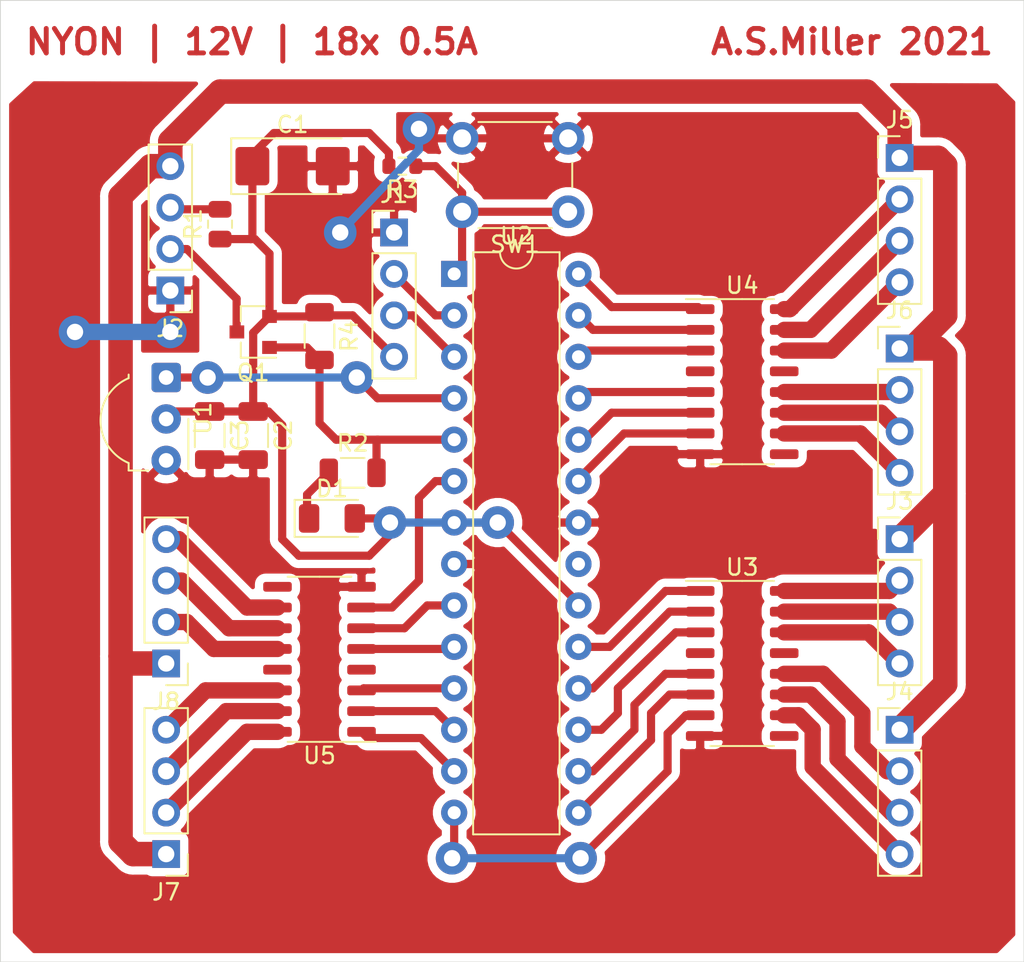
<source format=kicad_pcb>
(kicad_pcb (version 20171130) (host pcbnew 5.1.9)

  (general
    (thickness 1.6)
    (drawings 6)
    (tracks 211)
    (zones 0)
    (modules 23)
    (nets 58)
  )

  (page A4)
  (layers
    (0 F.Cu signal)
    (31 B.Cu signal)
    (32 B.Adhes user)
    (33 F.Adhes user)
    (34 B.Paste user)
    (35 F.Paste user)
    (36 B.SilkS user)
    (37 F.SilkS user)
    (38 B.Mask user)
    (39 F.Mask user)
    (40 Dwgs.User user)
    (41 Cmts.User user)
    (42 Eco1.User user)
    (43 Eco2.User user)
    (44 Edge.Cuts user)
    (45 Margin user)
    (46 B.CrtYd user)
    (47 F.CrtYd user)
    (48 B.Fab user)
    (49 F.Fab user hide)
  )

  (setup
    (last_trace_width 1)
    (user_trace_width 0.5)
    (user_trace_width 1)
    (user_trace_width 1.5)
    (trace_clearance 0.2)
    (zone_clearance 0.508)
    (zone_45_only no)
    (trace_min 0.2)
    (via_size 0.8)
    (via_drill 0.4)
    (via_min_size 0.4)
    (via_min_drill 0.3)
    (user_via 2 1)
    (uvia_size 0.3)
    (uvia_drill 0.1)
    (uvias_allowed no)
    (uvia_min_size 0.2)
    (uvia_min_drill 0.1)
    (edge_width 0.05)
    (segment_width 0.2)
    (pcb_text_width 0.3)
    (pcb_text_size 1.5 1.5)
    (mod_edge_width 0.12)
    (mod_text_size 1 1)
    (mod_text_width 0.15)
    (pad_size 1.524 1.524)
    (pad_drill 0.762)
    (pad_to_mask_clearance 0)
    (aux_axis_origin 0 0)
    (visible_elements FFFFFF7F)
    (pcbplotparams
      (layerselection 0x010fc_ffffffff)
      (usegerberextensions false)
      (usegerberattributes true)
      (usegerberadvancedattributes true)
      (creategerberjobfile true)
      (excludeedgelayer true)
      (linewidth 0.100000)
      (plotframeref false)
      (viasonmask false)
      (mode 1)
      (useauxorigin false)
      (hpglpennumber 1)
      (hpglpenspeed 20)
      (hpglpendiameter 15.000000)
      (psnegative false)
      (psa4output false)
      (plotreference true)
      (plotvalue true)
      (plotinvisibletext false)
      (padsonsilk false)
      (subtractmaskfromsilk false)
      (outputformat 1)
      (mirror false)
      (drillshape 1)
      (scaleselection 1)
      (outputdirectory ""))
  )

  (net 0 "")
  (net 1 GND)
  (net 2 5VDC)
  (net 3 RXD)
  (net 4 TXD)
  (net 5 +5V)
  (net 6 PWR)
  (net 7 "Net-(J3-Pad4)")
  (net 8 "Net-(J3-Pad3)")
  (net 9 "Net-(J3-Pad2)")
  (net 10 "Net-(J4-Pad4)")
  (net 11 "Net-(J4-Pad3)")
  (net 12 "Net-(J4-Pad2)")
  (net 13 "Net-(J5-Pad4)")
  (net 14 "Net-(J5-Pad3)")
  (net 15 "Net-(J5-Pad2)")
  (net 16 "Net-(J6-Pad4)")
  (net 17 "Net-(J6-Pad3)")
  (net 18 "Net-(J6-Pad2)")
  (net 19 "Net-(J7-Pad4)")
  (net 20 "Net-(J7-Pad3)")
  (net 21 "Net-(J7-Pad2)")
  (net 22 "Net-(J8-Pad4)")
  (net 23 "Net-(J8-Pad3)")
  (net 24 "Net-(J8-Pad2)")
  (net 25 PWR_EN)
  (net 26 RST)
  (net 27 IR)
  (net 28 "Net-(U2-Pad28)")
  (net 29 "Net-(U2-Pad14)")
  (net 30 "Net-(U2-Pad27)")
  (net 31 "Net-(U2-Pad13)")
  (net 32 "Net-(U2-Pad26)")
  (net 33 "Net-(U2-Pad12)")
  (net 34 "Net-(U2-Pad25)")
  (net 35 "Net-(U2-Pad11)")
  (net 36 "Net-(U2-Pad24)")
  (net 37 "Net-(U2-Pad10)")
  (net 38 "Net-(U2-Pad23)")
  (net 39 "Net-(U2-Pad9)")
  (net 40 "Net-(U2-Pad21)")
  (net 41 "Net-(U2-Pad6)")
  (net 42 "Net-(U2-Pad19)")
  (net 43 "Net-(U2-Pad18)")
  (net 44 "Net-(U2-Pad17)")
  (net 45 "Net-(U2-Pad16)")
  (net 46 "Net-(U2-Pad15)")
  (net 47 "Net-(U5-Pad13)")
  (net 48 "Net-(U5-Pad4)")
  (net 49 "Net-(U3-Pad4)")
  (net 50 "Net-(U3-Pad13)")
  (net 51 "Net-(U4-Pad13)")
  (net 52 "Net-(U4-Pad4)")
  (net 53 +12V)
  (net 54 "Net-(U3-Pad9)")
  (net 55 "Net-(U4-Pad9)")
  (net 56 "Net-(U5-Pad9)")
  (net 57 "Net-(D1-Pad1)")

  (net_class Default "This is the default net class."
    (clearance 0.2)
    (trace_width 0.25)
    (via_dia 0.8)
    (via_drill 0.4)
    (uvia_dia 0.3)
    (uvia_drill 0.1)
    (add_net +12V)
    (add_net +5V)
    (add_net 5VDC)
    (add_net GND)
    (add_net IR)
    (add_net "Net-(D1-Pad1)")
    (add_net "Net-(J3-Pad2)")
    (add_net "Net-(J3-Pad3)")
    (add_net "Net-(J3-Pad4)")
    (add_net "Net-(J4-Pad2)")
    (add_net "Net-(J4-Pad3)")
    (add_net "Net-(J4-Pad4)")
    (add_net "Net-(J5-Pad2)")
    (add_net "Net-(J5-Pad3)")
    (add_net "Net-(J5-Pad4)")
    (add_net "Net-(J6-Pad2)")
    (add_net "Net-(J6-Pad3)")
    (add_net "Net-(J6-Pad4)")
    (add_net "Net-(J7-Pad2)")
    (add_net "Net-(J7-Pad3)")
    (add_net "Net-(J7-Pad4)")
    (add_net "Net-(J8-Pad2)")
    (add_net "Net-(J8-Pad3)")
    (add_net "Net-(J8-Pad4)")
    (add_net "Net-(U2-Pad10)")
    (add_net "Net-(U2-Pad11)")
    (add_net "Net-(U2-Pad12)")
    (add_net "Net-(U2-Pad13)")
    (add_net "Net-(U2-Pad14)")
    (add_net "Net-(U2-Pad15)")
    (add_net "Net-(U2-Pad16)")
    (add_net "Net-(U2-Pad17)")
    (add_net "Net-(U2-Pad18)")
    (add_net "Net-(U2-Pad19)")
    (add_net "Net-(U2-Pad21)")
    (add_net "Net-(U2-Pad23)")
    (add_net "Net-(U2-Pad24)")
    (add_net "Net-(U2-Pad25)")
    (add_net "Net-(U2-Pad26)")
    (add_net "Net-(U2-Pad27)")
    (add_net "Net-(U2-Pad28)")
    (add_net "Net-(U2-Pad6)")
    (add_net "Net-(U2-Pad9)")
    (add_net "Net-(U3-Pad13)")
    (add_net "Net-(U3-Pad4)")
    (add_net "Net-(U3-Pad9)")
    (add_net "Net-(U4-Pad13)")
    (add_net "Net-(U4-Pad4)")
    (add_net "Net-(U4-Pad9)")
    (add_net "Net-(U5-Pad13)")
    (add_net "Net-(U5-Pad4)")
    (add_net "Net-(U5-Pad9)")
    (add_net PWR)
    (add_net PWR_EN)
    (add_net RST)
    (add_net RXD)
    (add_net TXD)
  )

  (module Capacitor_SMD:C_1206_3216Metric (layer F.Cu) (tedit 5F68FEEE) (tstamp 608FD8D7)
    (at 48.895 54.61 270)
    (descr "Capacitor SMD 1206 (3216 Metric), square (rectangular) end terminal, IPC_7351 nominal, (Body size source: IPC-SM-782 page 76, https://www.pcb-3d.com/wordpress/wp-content/uploads/ipc-sm-782a_amendment_1_and_2.pdf), generated with kicad-footprint-generator")
    (tags capacitor)
    (path /60A448AD)
    (attr smd)
    (fp_text reference C3 (at 0 -1.85 90) (layer F.SilkS)
      (effects (font (size 1 1) (thickness 0.15)))
    )
    (fp_text value CP (at 0 1.85 90) (layer F.Fab)
      (effects (font (size 1 1) (thickness 0.15)))
    )
    (fp_text user %R (at 0 0 90) (layer F.Fab)
      (effects (font (size 0.8 0.8) (thickness 0.12)))
    )
    (fp_line (start -1.6 0.8) (end -1.6 -0.8) (layer F.Fab) (width 0.1))
    (fp_line (start -1.6 -0.8) (end 1.6 -0.8) (layer F.Fab) (width 0.1))
    (fp_line (start 1.6 -0.8) (end 1.6 0.8) (layer F.Fab) (width 0.1))
    (fp_line (start 1.6 0.8) (end -1.6 0.8) (layer F.Fab) (width 0.1))
    (fp_line (start -0.711252 -0.91) (end 0.711252 -0.91) (layer F.SilkS) (width 0.12))
    (fp_line (start -0.711252 0.91) (end 0.711252 0.91) (layer F.SilkS) (width 0.12))
    (fp_line (start -2.3 1.15) (end -2.3 -1.15) (layer F.CrtYd) (width 0.05))
    (fp_line (start -2.3 -1.15) (end 2.3 -1.15) (layer F.CrtYd) (width 0.05))
    (fp_line (start 2.3 -1.15) (end 2.3 1.15) (layer F.CrtYd) (width 0.05))
    (fp_line (start 2.3 1.15) (end -2.3 1.15) (layer F.CrtYd) (width 0.05))
    (pad 2 smd roundrect (at 1.475 0 270) (size 1.15 1.8) (layers F.Cu F.Paste F.Mask) (roundrect_rratio 0.217391)
      (net 1 GND))
    (pad 1 smd roundrect (at -1.475 0 270) (size 1.15 1.8) (layers F.Cu F.Paste F.Mask) (roundrect_rratio 0.217391)
      (net 2 5VDC))
    (model ${KISYS3DMOD}/Capacitor_SMD.3dshapes/C_1206_3216Metric.wrl
      (at (xyz 0 0 0))
      (scale (xyz 1 1 1))
      (rotate (xyz 0 0 0))
    )
  )

  (module Capacitor_SMD:C_1206_3216Metric (layer F.Cu) (tedit 5F68FEEE) (tstamp 608E586A)
    (at 51.562 54.61 270)
    (descr "Capacitor SMD 1206 (3216 Metric), square (rectangular) end terminal, IPC_7351 nominal, (Body size source: IPC-SM-782 page 76, https://www.pcb-3d.com/wordpress/wp-content/uploads/ipc-sm-782a_amendment_1_and_2.pdf), generated with kicad-footprint-generator")
    (tags capacitor)
    (path /60978284)
    (attr smd)
    (fp_text reference C2 (at 0 -1.85 90) (layer F.SilkS)
      (effects (font (size 1 1) (thickness 0.15)))
    )
    (fp_text value CP (at 0 1.85 90) (layer F.Fab)
      (effects (font (size 1 1) (thickness 0.15)))
    )
    (fp_text user %R (at 0 0 90) (layer F.Fab)
      (effects (font (size 0.8 0.8) (thickness 0.12)))
    )
    (fp_line (start -1.6 0.8) (end -1.6 -0.8) (layer F.Fab) (width 0.1))
    (fp_line (start -1.6 -0.8) (end 1.6 -0.8) (layer F.Fab) (width 0.1))
    (fp_line (start 1.6 -0.8) (end 1.6 0.8) (layer F.Fab) (width 0.1))
    (fp_line (start 1.6 0.8) (end -1.6 0.8) (layer F.Fab) (width 0.1))
    (fp_line (start -0.711252 -0.91) (end 0.711252 -0.91) (layer F.SilkS) (width 0.12))
    (fp_line (start -0.711252 0.91) (end 0.711252 0.91) (layer F.SilkS) (width 0.12))
    (fp_line (start -2.3 1.15) (end -2.3 -1.15) (layer F.CrtYd) (width 0.05))
    (fp_line (start -2.3 -1.15) (end 2.3 -1.15) (layer F.CrtYd) (width 0.05))
    (fp_line (start 2.3 -1.15) (end 2.3 1.15) (layer F.CrtYd) (width 0.05))
    (fp_line (start 2.3 1.15) (end -2.3 1.15) (layer F.CrtYd) (width 0.05))
    (pad 2 smd roundrect (at 1.475 0 270) (size 1.15 1.8) (layers F.Cu F.Paste F.Mask) (roundrect_rratio 0.217391)
      (net 1 GND))
    (pad 1 smd roundrect (at -1.475 0 270) (size 1.15 1.8) (layers F.Cu F.Paste F.Mask) (roundrect_rratio 0.217391)
      (net 2 5VDC))
    (model ${KISYS3DMOD}/Capacitor_SMD.3dshapes/C_1206_3216Metric.wrl
      (at (xyz 0 0 0))
      (scale (xyz 1 1 1))
      (rotate (xyz 0 0 0))
    )
  )

  (module Capacitor_Tantalum_SMD:CP_EIA-6032-20_AVX-F (layer F.Cu) (tedit 5EBA9318) (tstamp 608E5AC2)
    (at 53.975 38.1)
    (descr "Tantalum Capacitor SMD AVX-F (6032-20 Metric), IPC_7351 nominal, (Body size from: http://www.kemet.com/Lists/ProductCatalog/Attachments/253/KEM_TC101_STD.pdf), generated with kicad-footprint-generator")
    (tags "capacitor tantalum")
    (path /6074383C)
    (attr smd)
    (fp_text reference C1 (at 0 -2.55) (layer F.SilkS)
      (effects (font (size 1 1) (thickness 0.15)))
    )
    (fp_text value 470uF (at 0 2.55) (layer F.Fab)
      (effects (font (size 1 1) (thickness 0.15)))
    )
    (fp_text user %R (at 0 0) (layer F.Fab)
      (effects (font (size 1 1) (thickness 0.15)))
    )
    (fp_line (start 3 -1.6) (end -2.2 -1.6) (layer F.Fab) (width 0.1))
    (fp_line (start -2.2 -1.6) (end -3 -0.8) (layer F.Fab) (width 0.1))
    (fp_line (start -3 -0.8) (end -3 1.6) (layer F.Fab) (width 0.1))
    (fp_line (start -3 1.6) (end 3 1.6) (layer F.Fab) (width 0.1))
    (fp_line (start 3 1.6) (end 3 -1.6) (layer F.Fab) (width 0.1))
    (fp_line (start 3 -1.71) (end -3.76 -1.71) (layer F.SilkS) (width 0.12))
    (fp_line (start -3.76 -1.71) (end -3.76 1.71) (layer F.SilkS) (width 0.12))
    (fp_line (start -3.76 1.71) (end 3 1.71) (layer F.SilkS) (width 0.12))
    (fp_line (start -3.75 1.85) (end -3.75 -1.85) (layer F.CrtYd) (width 0.05))
    (fp_line (start -3.75 -1.85) (end 3.75 -1.85) (layer F.CrtYd) (width 0.05))
    (fp_line (start 3.75 -1.85) (end 3.75 1.85) (layer F.CrtYd) (width 0.05))
    (fp_line (start 3.75 1.85) (end -3.75 1.85) (layer F.CrtYd) (width 0.05))
    (pad 2 smd roundrect (at 2.4625 0) (size 2.075 2.35) (layers F.Cu F.Paste F.Mask) (roundrect_rratio 0.120482)
      (net 1 GND))
    (pad 1 smd roundrect (at -2.4625 0) (size 2.075 2.35) (layers F.Cu F.Paste F.Mask) (roundrect_rratio 0.120482)
      (net 2 5VDC))
    (model ${KISYS3DMOD}/Capacitor_Tantalum_SMD.3dshapes/CP_EIA-6032-20_AVX-F.wrl
      (at (xyz 0 0 0))
      (scale (xyz 1 1 1))
      (rotate (xyz 0 0 0))
    )
  )

  (module LED_SMD:LED_1206_3216Metric (layer F.Cu) (tedit 5F68FEF1) (tstamp 608EC49E)
    (at 56.388 59.69)
    (descr "LED SMD 1206 (3216 Metric), square (rectangular) end terminal, IPC_7351 nominal, (Body size source: http://www.tortai-tech.com/upload/download/2011102023233369053.pdf), generated with kicad-footprint-generator")
    (tags LED)
    (path /609AB719)
    (attr smd)
    (fp_text reference D1 (at 0 -1.82) (layer F.SilkS)
      (effects (font (size 1 1) (thickness 0.15)))
    )
    (fp_text value LED (at 0 1.82) (layer F.Fab)
      (effects (font (size 1 1) (thickness 0.15)))
    )
    (fp_text user %R (at 0 0) (layer F.Fab)
      (effects (font (size 0.8 0.8) (thickness 0.12)))
    )
    (fp_line (start 1.6 -0.8) (end -1.2 -0.8) (layer F.Fab) (width 0.1))
    (fp_line (start -1.2 -0.8) (end -1.6 -0.4) (layer F.Fab) (width 0.1))
    (fp_line (start -1.6 -0.4) (end -1.6 0.8) (layer F.Fab) (width 0.1))
    (fp_line (start -1.6 0.8) (end 1.6 0.8) (layer F.Fab) (width 0.1))
    (fp_line (start 1.6 0.8) (end 1.6 -0.8) (layer F.Fab) (width 0.1))
    (fp_line (start 1.6 -1.135) (end -2.285 -1.135) (layer F.SilkS) (width 0.12))
    (fp_line (start -2.285 -1.135) (end -2.285 1.135) (layer F.SilkS) (width 0.12))
    (fp_line (start -2.285 1.135) (end 1.6 1.135) (layer F.SilkS) (width 0.12))
    (fp_line (start -2.28 1.12) (end -2.28 -1.12) (layer F.CrtYd) (width 0.05))
    (fp_line (start -2.28 -1.12) (end 2.28 -1.12) (layer F.CrtYd) (width 0.05))
    (fp_line (start 2.28 -1.12) (end 2.28 1.12) (layer F.CrtYd) (width 0.05))
    (fp_line (start 2.28 1.12) (end -2.28 1.12) (layer F.CrtYd) (width 0.05))
    (pad 2 smd roundrect (at 1.4 0) (size 1.25 1.75) (layers F.Cu F.Paste F.Mask) (roundrect_rratio 0.2)
      (net 2 5VDC))
    (pad 1 smd roundrect (at -1.4 0) (size 1.25 1.75) (layers F.Cu F.Paste F.Mask) (roundrect_rratio 0.2)
      (net 57 "Net-(D1-Pad1)"))
    (model ${KISYS3DMOD}/LED_SMD.3dshapes/LED_1206_3216Metric.wrl
      (at (xyz 0 0 0))
      (scale (xyz 1 1 1))
      (rotate (xyz 0 0 0))
    )
  )

  (module Resistor_SMD:R_1206_3216Metric (layer F.Cu) (tedit 5F68FEEE) (tstamp 608EC667)
    (at 57.658 56.896)
    (descr "Resistor SMD 1206 (3216 Metric), square (rectangular) end terminal, IPC_7351 nominal, (Body size source: IPC-SM-782 page 72, https://www.pcb-3d.com/wordpress/wp-content/uploads/ipc-sm-782a_amendment_1_and_2.pdf), generated with kicad-footprint-generator")
    (tags resistor)
    (path /609E605F)
    (attr smd)
    (fp_text reference R2 (at 0 -1.82) (layer F.SilkS)
      (effects (font (size 1 1) (thickness 0.15)))
    )
    (fp_text value 1.8k (at 0 1.82) (layer F.Fab)
      (effects (font (size 1 1) (thickness 0.15)))
    )
    (fp_text user %R (at 0 0) (layer F.Fab)
      (effects (font (size 0.8 0.8) (thickness 0.12)))
    )
    (fp_line (start -1.6 0.8) (end -1.6 -0.8) (layer F.Fab) (width 0.1))
    (fp_line (start -1.6 -0.8) (end 1.6 -0.8) (layer F.Fab) (width 0.1))
    (fp_line (start 1.6 -0.8) (end 1.6 0.8) (layer F.Fab) (width 0.1))
    (fp_line (start 1.6 0.8) (end -1.6 0.8) (layer F.Fab) (width 0.1))
    (fp_line (start -0.727064 -0.91) (end 0.727064 -0.91) (layer F.SilkS) (width 0.12))
    (fp_line (start -0.727064 0.91) (end 0.727064 0.91) (layer F.SilkS) (width 0.12))
    (fp_line (start -2.28 1.12) (end -2.28 -1.12) (layer F.CrtYd) (width 0.05))
    (fp_line (start -2.28 -1.12) (end 2.28 -1.12) (layer F.CrtYd) (width 0.05))
    (fp_line (start 2.28 -1.12) (end 2.28 1.12) (layer F.CrtYd) (width 0.05))
    (fp_line (start 2.28 1.12) (end -2.28 1.12) (layer F.CrtYd) (width 0.05))
    (pad 2 smd roundrect (at 1.4625 0) (size 1.125 1.75) (layers F.Cu F.Paste F.Mask) (roundrect_rratio 0.222222)
      (net 25 PWR_EN))
    (pad 1 smd roundrect (at -1.4625 0) (size 1.125 1.75) (layers F.Cu F.Paste F.Mask) (roundrect_rratio 0.222222)
      (net 57 "Net-(D1-Pad1)"))
    (model ${KISYS3DMOD}/Resistor_SMD.3dshapes/R_1206_3216Metric.wrl
      (at (xyz 0 0 0))
      (scale (xyz 1 1 1))
      (rotate (xyz 0 0 0))
    )
  )

  (module Connector_PinHeader_2.54mm:PinHeader_1x04_P2.54mm_Vertical (layer F.Cu) (tedit 59FED5CC) (tstamp 608E5443)
    (at 91.186 60.96)
    (descr "Through hole straight pin header, 1x04, 2.54mm pitch, single row")
    (tags "Through hole pin header THT 1x04 2.54mm single row")
    (path /6099EC5F)
    (fp_text reference J3 (at 0 -2.33) (layer F.SilkS)
      (effects (font (size 1 1) (thickness 0.15)))
    )
    (fp_text value Conn_01x04_Female (at 0 9.95) (layer F.Fab)
      (effects (font (size 1 1) (thickness 0.15)))
    )
    (fp_line (start 1.8 -1.8) (end -1.8 -1.8) (layer F.CrtYd) (width 0.05))
    (fp_line (start 1.8 9.4) (end 1.8 -1.8) (layer F.CrtYd) (width 0.05))
    (fp_line (start -1.8 9.4) (end 1.8 9.4) (layer F.CrtYd) (width 0.05))
    (fp_line (start -1.8 -1.8) (end -1.8 9.4) (layer F.CrtYd) (width 0.05))
    (fp_line (start -1.33 -1.33) (end 0 -1.33) (layer F.SilkS) (width 0.12))
    (fp_line (start -1.33 0) (end -1.33 -1.33) (layer F.SilkS) (width 0.12))
    (fp_line (start -1.33 1.27) (end 1.33 1.27) (layer F.SilkS) (width 0.12))
    (fp_line (start 1.33 1.27) (end 1.33 8.95) (layer F.SilkS) (width 0.12))
    (fp_line (start -1.33 1.27) (end -1.33 8.95) (layer F.SilkS) (width 0.12))
    (fp_line (start -1.33 8.95) (end 1.33 8.95) (layer F.SilkS) (width 0.12))
    (fp_line (start -1.27 -0.635) (end -0.635 -1.27) (layer F.Fab) (width 0.1))
    (fp_line (start -1.27 8.89) (end -1.27 -0.635) (layer F.Fab) (width 0.1))
    (fp_line (start 1.27 8.89) (end -1.27 8.89) (layer F.Fab) (width 0.1))
    (fp_line (start 1.27 -1.27) (end 1.27 8.89) (layer F.Fab) (width 0.1))
    (fp_line (start -0.635 -1.27) (end 1.27 -1.27) (layer F.Fab) (width 0.1))
    (fp_text user %R (at 0 3.81 90) (layer F.Fab)
      (effects (font (size 1 1) (thickness 0.15)))
    )
    (pad 4 thru_hole oval (at 0 7.62) (size 1.7 1.7) (drill 1) (layers *.Cu *.Mask)
      (net 7 "Net-(J3-Pad4)"))
    (pad 3 thru_hole oval (at 0 5.08) (size 1.7 1.7) (drill 1) (layers *.Cu *.Mask)
      (net 8 "Net-(J3-Pad3)"))
    (pad 2 thru_hole oval (at 0 2.54) (size 1.7 1.7) (drill 1) (layers *.Cu *.Mask)
      (net 9 "Net-(J3-Pad2)"))
    (pad 1 thru_hole rect (at 0 0) (size 1.7 1.7) (drill 1) (layers *.Cu *.Mask)
      (net 53 +12V))
    (model ${KISYS3DMOD}/Connector_PinHeader_2.54mm.3dshapes/PinHeader_1x04_P2.54mm_Vertical.wrl
      (at (xyz 0 0 0))
      (scale (xyz 1 1 1))
      (rotate (xyz 0 0 0))
    )
  )

  (module Connector_PinHeader_2.54mm:PinHeader_1x04_P2.54mm_Vertical (layer F.Cu) (tedit 59FED5CC) (tstamp 608E5374)
    (at 46.228 68.58 180)
    (descr "Through hole straight pin header, 1x04, 2.54mm pitch, single row")
    (tags "Through hole pin header THT 1x04 2.54mm single row")
    (path /609A5F03)
    (fp_text reference J8 (at 0 -2.33) (layer F.SilkS)
      (effects (font (size 1 1) (thickness 0.15)))
    )
    (fp_text value Conn_01x04_Female (at 0 9.95) (layer F.Fab)
      (effects (font (size 1 1) (thickness 0.15)))
    )
    (fp_line (start 1.8 -1.8) (end -1.8 -1.8) (layer F.CrtYd) (width 0.05))
    (fp_line (start 1.8 9.4) (end 1.8 -1.8) (layer F.CrtYd) (width 0.05))
    (fp_line (start -1.8 9.4) (end 1.8 9.4) (layer F.CrtYd) (width 0.05))
    (fp_line (start -1.8 -1.8) (end -1.8 9.4) (layer F.CrtYd) (width 0.05))
    (fp_line (start -1.33 -1.33) (end 0 -1.33) (layer F.SilkS) (width 0.12))
    (fp_line (start -1.33 0) (end -1.33 -1.33) (layer F.SilkS) (width 0.12))
    (fp_line (start -1.33 1.27) (end 1.33 1.27) (layer F.SilkS) (width 0.12))
    (fp_line (start 1.33 1.27) (end 1.33 8.95) (layer F.SilkS) (width 0.12))
    (fp_line (start -1.33 1.27) (end -1.33 8.95) (layer F.SilkS) (width 0.12))
    (fp_line (start -1.33 8.95) (end 1.33 8.95) (layer F.SilkS) (width 0.12))
    (fp_line (start -1.27 -0.635) (end -0.635 -1.27) (layer F.Fab) (width 0.1))
    (fp_line (start -1.27 8.89) (end -1.27 -0.635) (layer F.Fab) (width 0.1))
    (fp_line (start 1.27 8.89) (end -1.27 8.89) (layer F.Fab) (width 0.1))
    (fp_line (start 1.27 -1.27) (end 1.27 8.89) (layer F.Fab) (width 0.1))
    (fp_line (start -0.635 -1.27) (end 1.27 -1.27) (layer F.Fab) (width 0.1))
    (fp_text user %R (at 0 3.81 90) (layer F.Fab)
      (effects (font (size 1 1) (thickness 0.15)))
    )
    (pad 4 thru_hole oval (at 0 7.62 180) (size 1.7 1.7) (drill 1) (layers *.Cu *.Mask)
      (net 22 "Net-(J8-Pad4)"))
    (pad 3 thru_hole oval (at 0 5.08 180) (size 1.7 1.7) (drill 1) (layers *.Cu *.Mask)
      (net 23 "Net-(J8-Pad3)"))
    (pad 2 thru_hole oval (at 0 2.54 180) (size 1.7 1.7) (drill 1) (layers *.Cu *.Mask)
      (net 24 "Net-(J8-Pad2)"))
    (pad 1 thru_hole rect (at 0 0 180) (size 1.7 1.7) (drill 1) (layers *.Cu *.Mask)
      (net 53 +12V))
    (model ${KISYS3DMOD}/Connector_PinHeader_2.54mm.3dshapes/PinHeader_1x04_P2.54mm_Vertical.wrl
      (at (xyz 0 0 0))
      (scale (xyz 1 1 1))
      (rotate (xyz 0 0 0))
    )
  )

  (module Connector_PinHeader_2.54mm:PinHeader_1x04_P2.54mm_Vertical (layer F.Cu) (tedit 59FED5CC) (tstamp 608E59EC)
    (at 46.228 80.264 180)
    (descr "Through hole straight pin header, 1x04, 2.54mm pitch, single row")
    (tags "Through hole pin header THT 1x04 2.54mm single row")
    (path /609A58EE)
    (fp_text reference J7 (at 0 -2.33) (layer F.SilkS)
      (effects (font (size 1 1) (thickness 0.15)))
    )
    (fp_text value Conn_01x04_Female (at 0 9.95) (layer F.Fab)
      (effects (font (size 1 1) (thickness 0.15)))
    )
    (fp_line (start 1.8 -1.8) (end -1.8 -1.8) (layer F.CrtYd) (width 0.05))
    (fp_line (start 1.8 9.4) (end 1.8 -1.8) (layer F.CrtYd) (width 0.05))
    (fp_line (start -1.8 9.4) (end 1.8 9.4) (layer F.CrtYd) (width 0.05))
    (fp_line (start -1.8 -1.8) (end -1.8 9.4) (layer F.CrtYd) (width 0.05))
    (fp_line (start -1.33 -1.33) (end 0 -1.33) (layer F.SilkS) (width 0.12))
    (fp_line (start -1.33 0) (end -1.33 -1.33) (layer F.SilkS) (width 0.12))
    (fp_line (start -1.33 1.27) (end 1.33 1.27) (layer F.SilkS) (width 0.12))
    (fp_line (start 1.33 1.27) (end 1.33 8.95) (layer F.SilkS) (width 0.12))
    (fp_line (start -1.33 1.27) (end -1.33 8.95) (layer F.SilkS) (width 0.12))
    (fp_line (start -1.33 8.95) (end 1.33 8.95) (layer F.SilkS) (width 0.12))
    (fp_line (start -1.27 -0.635) (end -0.635 -1.27) (layer F.Fab) (width 0.1))
    (fp_line (start -1.27 8.89) (end -1.27 -0.635) (layer F.Fab) (width 0.1))
    (fp_line (start 1.27 8.89) (end -1.27 8.89) (layer F.Fab) (width 0.1))
    (fp_line (start 1.27 -1.27) (end 1.27 8.89) (layer F.Fab) (width 0.1))
    (fp_line (start -0.635 -1.27) (end 1.27 -1.27) (layer F.Fab) (width 0.1))
    (fp_text user %R (at 0 3.81 90) (layer F.Fab)
      (effects (font (size 1 1) (thickness 0.15)))
    )
    (pad 4 thru_hole oval (at 0 7.62 180) (size 1.7 1.7) (drill 1) (layers *.Cu *.Mask)
      (net 19 "Net-(J7-Pad4)"))
    (pad 3 thru_hole oval (at 0 5.08 180) (size 1.7 1.7) (drill 1) (layers *.Cu *.Mask)
      (net 20 "Net-(J7-Pad3)"))
    (pad 2 thru_hole oval (at 0 2.54 180) (size 1.7 1.7) (drill 1) (layers *.Cu *.Mask)
      (net 21 "Net-(J7-Pad2)"))
    (pad 1 thru_hole rect (at 0 0 180) (size 1.7 1.7) (drill 1) (layers *.Cu *.Mask)
      (net 53 +12V))
    (model ${KISYS3DMOD}/Connector_PinHeader_2.54mm.3dshapes/PinHeader_1x04_P2.54mm_Vertical.wrl
      (at (xyz 0 0 0))
      (scale (xyz 1 1 1))
      (rotate (xyz 0 0 0))
    )
  )

  (module Connector_PinHeader_2.54mm:PinHeader_1x04_P2.54mm_Vertical (layer F.Cu) (tedit 59FED5CC) (tstamp 608E5488)
    (at 91.186 49.276)
    (descr "Through hole straight pin header, 1x04, 2.54mm pitch, single row")
    (tags "Through hole pin header THT 1x04 2.54mm single row")
    (path /609A5477)
    (fp_text reference J6 (at 0 -2.33) (layer F.SilkS)
      (effects (font (size 1 1) (thickness 0.15)))
    )
    (fp_text value Conn_01x04_Female (at 0 9.95) (layer F.Fab)
      (effects (font (size 1 1) (thickness 0.15)))
    )
    (fp_line (start 1.8 -1.8) (end -1.8 -1.8) (layer F.CrtYd) (width 0.05))
    (fp_line (start 1.8 9.4) (end 1.8 -1.8) (layer F.CrtYd) (width 0.05))
    (fp_line (start -1.8 9.4) (end 1.8 9.4) (layer F.CrtYd) (width 0.05))
    (fp_line (start -1.8 -1.8) (end -1.8 9.4) (layer F.CrtYd) (width 0.05))
    (fp_line (start -1.33 -1.33) (end 0 -1.33) (layer F.SilkS) (width 0.12))
    (fp_line (start -1.33 0) (end -1.33 -1.33) (layer F.SilkS) (width 0.12))
    (fp_line (start -1.33 1.27) (end 1.33 1.27) (layer F.SilkS) (width 0.12))
    (fp_line (start 1.33 1.27) (end 1.33 8.95) (layer F.SilkS) (width 0.12))
    (fp_line (start -1.33 1.27) (end -1.33 8.95) (layer F.SilkS) (width 0.12))
    (fp_line (start -1.33 8.95) (end 1.33 8.95) (layer F.SilkS) (width 0.12))
    (fp_line (start -1.27 -0.635) (end -0.635 -1.27) (layer F.Fab) (width 0.1))
    (fp_line (start -1.27 8.89) (end -1.27 -0.635) (layer F.Fab) (width 0.1))
    (fp_line (start 1.27 8.89) (end -1.27 8.89) (layer F.Fab) (width 0.1))
    (fp_line (start 1.27 -1.27) (end 1.27 8.89) (layer F.Fab) (width 0.1))
    (fp_line (start -0.635 -1.27) (end 1.27 -1.27) (layer F.Fab) (width 0.1))
    (fp_text user %R (at 0 3.81 90) (layer F.Fab)
      (effects (font (size 1 1) (thickness 0.15)))
    )
    (pad 4 thru_hole oval (at 0 7.62) (size 1.7 1.7) (drill 1) (layers *.Cu *.Mask)
      (net 16 "Net-(J6-Pad4)"))
    (pad 3 thru_hole oval (at 0 5.08) (size 1.7 1.7) (drill 1) (layers *.Cu *.Mask)
      (net 17 "Net-(J6-Pad3)"))
    (pad 2 thru_hole oval (at 0 2.54) (size 1.7 1.7) (drill 1) (layers *.Cu *.Mask)
      (net 18 "Net-(J6-Pad2)"))
    (pad 1 thru_hole rect (at 0 0) (size 1.7 1.7) (drill 1) (layers *.Cu *.Mask)
      (net 53 +12V))
    (model ${KISYS3DMOD}/Connector_PinHeader_2.54mm.3dshapes/PinHeader_1x04_P2.54mm_Vertical.wrl
      (at (xyz 0 0 0))
      (scale (xyz 1 1 1))
      (rotate (xyz 0 0 0))
    )
  )

  (module Connector_PinHeader_2.54mm:PinHeader_1x04_P2.54mm_Vertical (layer F.Cu) (tedit 59FED5CC) (tstamp 608E57A9)
    (at 91.186 37.592)
    (descr "Through hole straight pin header, 1x04, 2.54mm pitch, single row")
    (tags "Through hole pin header THT 1x04 2.54mm single row")
    (path /609A4B7F)
    (fp_text reference J5 (at 0 -2.33) (layer F.SilkS)
      (effects (font (size 1 1) (thickness 0.15)))
    )
    (fp_text value Conn_01x04_Female (at 0 9.95) (layer F.Fab)
      (effects (font (size 1 1) (thickness 0.15)))
    )
    (fp_line (start 1.8 -1.8) (end -1.8 -1.8) (layer F.CrtYd) (width 0.05))
    (fp_line (start 1.8 9.4) (end 1.8 -1.8) (layer F.CrtYd) (width 0.05))
    (fp_line (start -1.8 9.4) (end 1.8 9.4) (layer F.CrtYd) (width 0.05))
    (fp_line (start -1.8 -1.8) (end -1.8 9.4) (layer F.CrtYd) (width 0.05))
    (fp_line (start -1.33 -1.33) (end 0 -1.33) (layer F.SilkS) (width 0.12))
    (fp_line (start -1.33 0) (end -1.33 -1.33) (layer F.SilkS) (width 0.12))
    (fp_line (start -1.33 1.27) (end 1.33 1.27) (layer F.SilkS) (width 0.12))
    (fp_line (start 1.33 1.27) (end 1.33 8.95) (layer F.SilkS) (width 0.12))
    (fp_line (start -1.33 1.27) (end -1.33 8.95) (layer F.SilkS) (width 0.12))
    (fp_line (start -1.33 8.95) (end 1.33 8.95) (layer F.SilkS) (width 0.12))
    (fp_line (start -1.27 -0.635) (end -0.635 -1.27) (layer F.Fab) (width 0.1))
    (fp_line (start -1.27 8.89) (end -1.27 -0.635) (layer F.Fab) (width 0.1))
    (fp_line (start 1.27 8.89) (end -1.27 8.89) (layer F.Fab) (width 0.1))
    (fp_line (start 1.27 -1.27) (end 1.27 8.89) (layer F.Fab) (width 0.1))
    (fp_line (start -0.635 -1.27) (end 1.27 -1.27) (layer F.Fab) (width 0.1))
    (fp_text user %R (at 0 3.81 90) (layer F.Fab)
      (effects (font (size 1 1) (thickness 0.15)))
    )
    (pad 4 thru_hole oval (at 0 7.62) (size 1.7 1.7) (drill 1) (layers *.Cu *.Mask)
      (net 13 "Net-(J5-Pad4)"))
    (pad 3 thru_hole oval (at 0 5.08) (size 1.7 1.7) (drill 1) (layers *.Cu *.Mask)
      (net 14 "Net-(J5-Pad3)"))
    (pad 2 thru_hole oval (at 0 2.54) (size 1.7 1.7) (drill 1) (layers *.Cu *.Mask)
      (net 15 "Net-(J5-Pad2)"))
    (pad 1 thru_hole rect (at 0 0) (size 1.7 1.7) (drill 1) (layers *.Cu *.Mask)
      (net 53 +12V))
    (model ${KISYS3DMOD}/Connector_PinHeader_2.54mm.3dshapes/PinHeader_1x04_P2.54mm_Vertical.wrl
      (at (xyz 0 0 0))
      (scale (xyz 1 1 1))
      (rotate (xyz 0 0 0))
    )
  )

  (module Connector_PinHeader_2.54mm:PinHeader_1x04_P2.54mm_Vertical (layer F.Cu) (tedit 59FED5CC) (tstamp 608E59A7)
    (at 91.186 72.644)
    (descr "Through hole straight pin header, 1x04, 2.54mm pitch, single row")
    (tags "Through hole pin header THT 1x04 2.54mm single row")
    (path /6099F2BC)
    (fp_text reference J4 (at 0 -2.33) (layer F.SilkS)
      (effects (font (size 1 1) (thickness 0.15)))
    )
    (fp_text value Conn_01x04_Female (at 0 9.95) (layer F.Fab)
      (effects (font (size 1 1) (thickness 0.15)))
    )
    (fp_line (start 1.8 -1.8) (end -1.8 -1.8) (layer F.CrtYd) (width 0.05))
    (fp_line (start 1.8 9.4) (end 1.8 -1.8) (layer F.CrtYd) (width 0.05))
    (fp_line (start -1.8 9.4) (end 1.8 9.4) (layer F.CrtYd) (width 0.05))
    (fp_line (start -1.8 -1.8) (end -1.8 9.4) (layer F.CrtYd) (width 0.05))
    (fp_line (start -1.33 -1.33) (end 0 -1.33) (layer F.SilkS) (width 0.12))
    (fp_line (start -1.33 0) (end -1.33 -1.33) (layer F.SilkS) (width 0.12))
    (fp_line (start -1.33 1.27) (end 1.33 1.27) (layer F.SilkS) (width 0.12))
    (fp_line (start 1.33 1.27) (end 1.33 8.95) (layer F.SilkS) (width 0.12))
    (fp_line (start -1.33 1.27) (end -1.33 8.95) (layer F.SilkS) (width 0.12))
    (fp_line (start -1.33 8.95) (end 1.33 8.95) (layer F.SilkS) (width 0.12))
    (fp_line (start -1.27 -0.635) (end -0.635 -1.27) (layer F.Fab) (width 0.1))
    (fp_line (start -1.27 8.89) (end -1.27 -0.635) (layer F.Fab) (width 0.1))
    (fp_line (start 1.27 8.89) (end -1.27 8.89) (layer F.Fab) (width 0.1))
    (fp_line (start 1.27 -1.27) (end 1.27 8.89) (layer F.Fab) (width 0.1))
    (fp_line (start -0.635 -1.27) (end 1.27 -1.27) (layer F.Fab) (width 0.1))
    (fp_text user %R (at 0 3.81 90) (layer F.Fab)
      (effects (font (size 1 1) (thickness 0.15)))
    )
    (pad 4 thru_hole oval (at 0 7.62) (size 1.7 1.7) (drill 1) (layers *.Cu *.Mask)
      (net 10 "Net-(J4-Pad4)"))
    (pad 3 thru_hole oval (at 0 5.08) (size 1.7 1.7) (drill 1) (layers *.Cu *.Mask)
      (net 11 "Net-(J4-Pad3)"))
    (pad 2 thru_hole oval (at 0 2.54) (size 1.7 1.7) (drill 1) (layers *.Cu *.Mask)
      (net 12 "Net-(J4-Pad2)"))
    (pad 1 thru_hole rect (at 0 0) (size 1.7 1.7) (drill 1) (layers *.Cu *.Mask)
      (net 53 +12V))
    (model ${KISYS3DMOD}/Connector_PinHeader_2.54mm.3dshapes/PinHeader_1x04_P2.54mm_Vertical.wrl
      (at (xyz 0 0 0))
      (scale (xyz 1 1 1))
      (rotate (xyz 0 0 0))
    )
  )

  (module Connector_PinHeader_2.54mm:PinHeader_1x04_P2.54mm_Vertical (layer F.Cu) (tedit 59FED5CC) (tstamp 608E53B9)
    (at 46.482 45.72 180)
    (descr "Through hole straight pin header, 1x04, 2.54mm pitch, single row")
    (tags "Through hole pin header THT 1x04 2.54mm single row")
    (path /608DD435)
    (fp_text reference J2 (at 0 -2.33) (layer F.SilkS)
      (effects (font (size 1 1) (thickness 0.15)))
    )
    (fp_text value Conn_01x04_Female (at 0 9.95) (layer F.Fab)
      (effects (font (size 1 1) (thickness 0.15)))
    )
    (fp_line (start 1.8 -1.8) (end -1.8 -1.8) (layer F.CrtYd) (width 0.05))
    (fp_line (start 1.8 9.4) (end 1.8 -1.8) (layer F.CrtYd) (width 0.05))
    (fp_line (start -1.8 9.4) (end 1.8 9.4) (layer F.CrtYd) (width 0.05))
    (fp_line (start -1.8 -1.8) (end -1.8 9.4) (layer F.CrtYd) (width 0.05))
    (fp_line (start -1.33 -1.33) (end 0 -1.33) (layer F.SilkS) (width 0.12))
    (fp_line (start -1.33 0) (end -1.33 -1.33) (layer F.SilkS) (width 0.12))
    (fp_line (start -1.33 1.27) (end 1.33 1.27) (layer F.SilkS) (width 0.12))
    (fp_line (start 1.33 1.27) (end 1.33 8.95) (layer F.SilkS) (width 0.12))
    (fp_line (start -1.33 1.27) (end -1.33 8.95) (layer F.SilkS) (width 0.12))
    (fp_line (start -1.33 8.95) (end 1.33 8.95) (layer F.SilkS) (width 0.12))
    (fp_line (start -1.27 -0.635) (end -0.635 -1.27) (layer F.Fab) (width 0.1))
    (fp_line (start -1.27 8.89) (end -1.27 -0.635) (layer F.Fab) (width 0.1))
    (fp_line (start 1.27 8.89) (end -1.27 8.89) (layer F.Fab) (width 0.1))
    (fp_line (start 1.27 -1.27) (end 1.27 8.89) (layer F.Fab) (width 0.1))
    (fp_line (start -0.635 -1.27) (end 1.27 -1.27) (layer F.Fab) (width 0.1))
    (fp_text user %R (at 0 3.81 90) (layer F.Fab)
      (effects (font (size 1 1) (thickness 0.15)))
    )
    (pad 4 thru_hole oval (at 0 7.62 180) (size 1.7 1.7) (drill 1) (layers *.Cu *.Mask)
      (net 53 +12V))
    (pad 3 thru_hole oval (at 0 5.08 180) (size 1.7 1.7) (drill 1) (layers *.Cu *.Mask)
      (net 5 +5V))
    (pad 2 thru_hole oval (at 0 2.54 180) (size 1.7 1.7) (drill 1) (layers *.Cu *.Mask)
      (net 6 PWR))
    (pad 1 thru_hole rect (at 0 0 180) (size 1.7 1.7) (drill 1) (layers *.Cu *.Mask)
      (net 1 GND))
    (model ${KISYS3DMOD}/Connector_PinHeader_2.54mm.3dshapes/PinHeader_1x04_P2.54mm_Vertical.wrl
      (at (xyz 0 0 0))
      (scale (xyz 1 1 1))
      (rotate (xyz 0 0 0))
    )
  )

  (module Connector_PinHeader_2.54mm:PinHeader_1x04_P2.54mm_Vertical (layer F.Cu) (tedit 59FED5CC) (tstamp 608E53FE)
    (at 60.198 42.164)
    (descr "Through hole straight pin header, 1x04, 2.54mm pitch, single row")
    (tags "Through hole pin header THT 1x04 2.54mm single row")
    (path /607997EC)
    (fp_text reference J1 (at 0 -2.33) (layer F.SilkS)
      (effects (font (size 1 1) (thickness 0.15)))
    )
    (fp_text value Conn_01x04_Female (at 0 9.95) (layer F.Fab)
      (effects (font (size 1 1) (thickness 0.15)))
    )
    (fp_line (start 1.8 -1.8) (end -1.8 -1.8) (layer F.CrtYd) (width 0.05))
    (fp_line (start 1.8 9.4) (end 1.8 -1.8) (layer F.CrtYd) (width 0.05))
    (fp_line (start -1.8 9.4) (end 1.8 9.4) (layer F.CrtYd) (width 0.05))
    (fp_line (start -1.8 -1.8) (end -1.8 9.4) (layer F.CrtYd) (width 0.05))
    (fp_line (start -1.33 -1.33) (end 0 -1.33) (layer F.SilkS) (width 0.12))
    (fp_line (start -1.33 0) (end -1.33 -1.33) (layer F.SilkS) (width 0.12))
    (fp_line (start -1.33 1.27) (end 1.33 1.27) (layer F.SilkS) (width 0.12))
    (fp_line (start 1.33 1.27) (end 1.33 8.95) (layer F.SilkS) (width 0.12))
    (fp_line (start -1.33 1.27) (end -1.33 8.95) (layer F.SilkS) (width 0.12))
    (fp_line (start -1.33 8.95) (end 1.33 8.95) (layer F.SilkS) (width 0.12))
    (fp_line (start -1.27 -0.635) (end -0.635 -1.27) (layer F.Fab) (width 0.1))
    (fp_line (start -1.27 8.89) (end -1.27 -0.635) (layer F.Fab) (width 0.1))
    (fp_line (start 1.27 8.89) (end -1.27 8.89) (layer F.Fab) (width 0.1))
    (fp_line (start 1.27 -1.27) (end 1.27 8.89) (layer F.Fab) (width 0.1))
    (fp_line (start -0.635 -1.27) (end 1.27 -1.27) (layer F.Fab) (width 0.1))
    (fp_text user %R (at 0 3.81 90) (layer F.Fab)
      (effects (font (size 1 1) (thickness 0.15)))
    )
    (pad 4 thru_hole oval (at 0 7.62) (size 1.7 1.7) (drill 1) (layers *.Cu *.Mask)
      (net 2 5VDC))
    (pad 3 thru_hole oval (at 0 5.08) (size 1.7 1.7) (drill 1) (layers *.Cu *.Mask)
      (net 3 RXD))
    (pad 2 thru_hole oval (at 0 2.54) (size 1.7 1.7) (drill 1) (layers *.Cu *.Mask)
      (net 4 TXD))
    (pad 1 thru_hole rect (at 0 0) (size 1.7 1.7) (drill 1) (layers *.Cu *.Mask)
      (net 1 GND))
    (model ${KISYS3DMOD}/Connector_PinHeader_2.54mm.3dshapes/PinHeader_1x04_P2.54mm_Vertical.wrl
      (at (xyz 0 0 0))
      (scale (xyz 1 1 1))
      (rotate (xyz 0 0 0))
    )
  )

  (module Package_SO:SO-16_3.9x9.9mm_P1.27mm (layer F.Cu) (tedit 5E888720) (tstamp 608E54D7)
    (at 55.626 68.326 180)
    (descr "SO, 16 Pin (https://www.nxp.com/docs/en/package-information/SOT109-1.pdf), generated with kicad-footprint-generator ipc_gullwing_generator.py")
    (tags "SO SO")
    (path /60737509)
    (attr smd)
    (fp_text reference U5 (at 0 -5.9) (layer F.SilkS)
      (effects (font (size 1 1) (thickness 0.15)))
    )
    (fp_text value ULN2003 (at 0 5.9) (layer F.Fab)
      (effects (font (size 1 1) (thickness 0.15)))
    )
    (fp_line (start 0 5.06) (end 1.95 5.06) (layer F.SilkS) (width 0.12))
    (fp_line (start 0 5.06) (end -1.95 5.06) (layer F.SilkS) (width 0.12))
    (fp_line (start 0 -5.06) (end 1.95 -5.06) (layer F.SilkS) (width 0.12))
    (fp_line (start 0 -5.06) (end -3.45 -5.06) (layer F.SilkS) (width 0.12))
    (fp_line (start -0.975 -4.95) (end 1.95 -4.95) (layer F.Fab) (width 0.1))
    (fp_line (start 1.95 -4.95) (end 1.95 4.95) (layer F.Fab) (width 0.1))
    (fp_line (start 1.95 4.95) (end -1.95 4.95) (layer F.Fab) (width 0.1))
    (fp_line (start -1.95 4.95) (end -1.95 -3.975) (layer F.Fab) (width 0.1))
    (fp_line (start -1.95 -3.975) (end -0.975 -4.95) (layer F.Fab) (width 0.1))
    (fp_line (start -3.7 -5.2) (end -3.7 5.2) (layer F.CrtYd) (width 0.05))
    (fp_line (start -3.7 5.2) (end 3.7 5.2) (layer F.CrtYd) (width 0.05))
    (fp_line (start 3.7 5.2) (end 3.7 -5.2) (layer F.CrtYd) (width 0.05))
    (fp_line (start 3.7 -5.2) (end -3.7 -5.2) (layer F.CrtYd) (width 0.05))
    (fp_text user %R (at 0 0) (layer F.Fab)
      (effects (font (size 0.98 0.98) (thickness 0.15)))
    )
    (pad 1 smd roundrect (at -2.575 -4.445 180) (size 1.75 0.6) (layers F.Cu F.Paste F.Mask) (roundrect_rratio 0.25)
      (net 31 "Net-(U2-Pad13)"))
    (pad 2 smd roundrect (at -2.575 -3.175 180) (size 1.75 0.6) (layers F.Cu F.Paste F.Mask) (roundrect_rratio 0.25)
      (net 33 "Net-(U2-Pad12)"))
    (pad 3 smd roundrect (at -2.575 -1.905 180) (size 1.75 0.6) (layers F.Cu F.Paste F.Mask) (roundrect_rratio 0.25)
      (net 35 "Net-(U2-Pad11)"))
    (pad 4 smd roundrect (at -2.575 -0.635 180) (size 1.75 0.6) (layers F.Cu F.Paste F.Mask) (roundrect_rratio 0.25)
      (net 48 "Net-(U5-Pad4)"))
    (pad 5 smd roundrect (at -2.575 0.635 180) (size 1.75 0.6) (layers F.Cu F.Paste F.Mask) (roundrect_rratio 0.25)
      (net 37 "Net-(U2-Pad10)"))
    (pad 6 smd roundrect (at -2.575 1.905 180) (size 1.75 0.6) (layers F.Cu F.Paste F.Mask) (roundrect_rratio 0.25)
      (net 39 "Net-(U2-Pad9)"))
    (pad 7 smd roundrect (at -2.575 3.175 180) (size 1.75 0.6) (layers F.Cu F.Paste F.Mask) (roundrect_rratio 0.25)
      (net 41 "Net-(U2-Pad6)"))
    (pad 8 smd roundrect (at -2.575 4.445 180) (size 1.75 0.6) (layers F.Cu F.Paste F.Mask) (roundrect_rratio 0.25)
      (net 1 GND))
    (pad 9 smd roundrect (at 2.575 4.445 180) (size 1.75 0.6) (layers F.Cu F.Paste F.Mask) (roundrect_rratio 0.25)
      (net 56 "Net-(U5-Pad9)"))
    (pad 10 smd roundrect (at 2.575 3.175 180) (size 1.75 0.6) (layers F.Cu F.Paste F.Mask) (roundrect_rratio 0.25)
      (net 22 "Net-(J8-Pad4)"))
    (pad 11 smd roundrect (at 2.575 1.905 180) (size 1.75 0.6) (layers F.Cu F.Paste F.Mask) (roundrect_rratio 0.25)
      (net 23 "Net-(J8-Pad3)"))
    (pad 12 smd roundrect (at 2.575 0.635 180) (size 1.75 0.6) (layers F.Cu F.Paste F.Mask) (roundrect_rratio 0.25)
      (net 24 "Net-(J8-Pad2)"))
    (pad 13 smd roundrect (at 2.575 -0.635 180) (size 1.75 0.6) (layers F.Cu F.Paste F.Mask) (roundrect_rratio 0.25)
      (net 47 "Net-(U5-Pad13)"))
    (pad 14 smd roundrect (at 2.575 -1.905 180) (size 1.75 0.6) (layers F.Cu F.Paste F.Mask) (roundrect_rratio 0.25)
      (net 19 "Net-(J7-Pad4)"))
    (pad 15 smd roundrect (at 2.575 -3.175 180) (size 1.75 0.6) (layers F.Cu F.Paste F.Mask) (roundrect_rratio 0.25)
      (net 20 "Net-(J7-Pad3)"))
    (pad 16 smd roundrect (at 2.575 -4.445 180) (size 1.75 0.6) (layers F.Cu F.Paste F.Mask) (roundrect_rratio 0.25)
      (net 21 "Net-(J7-Pad2)"))
    (model ${KISYS3DMOD}/Package_SO.3dshapes/SO-16_3.9x9.9mm_P1.27mm.wrl
      (at (xyz 0 0 0))
      (scale (xyz 1 1 1))
      (rotate (xyz 0 0 0))
    )
  )

  (module Package_SO:SO-16_3.9x9.9mm_P1.27mm (layer F.Cu) (tedit 5E888720) (tstamp 608E553A)
    (at 81.534 51.308)
    (descr "SO, 16 Pin (https://www.nxp.com/docs/en/package-information/SOT109-1.pdf), generated with kicad-footprint-generator ipc_gullwing_generator.py")
    (tags "SO SO")
    (path /60736108)
    (attr smd)
    (fp_text reference U4 (at 0 -5.9) (layer F.SilkS)
      (effects (font (size 1 1) (thickness 0.15)))
    )
    (fp_text value ULN2003 (at 0 5.9) (layer F.Fab)
      (effects (font (size 1 1) (thickness 0.15)))
    )
    (fp_line (start 3.7 -5.2) (end -3.7 -5.2) (layer F.CrtYd) (width 0.05))
    (fp_line (start 3.7 5.2) (end 3.7 -5.2) (layer F.CrtYd) (width 0.05))
    (fp_line (start -3.7 5.2) (end 3.7 5.2) (layer F.CrtYd) (width 0.05))
    (fp_line (start -3.7 -5.2) (end -3.7 5.2) (layer F.CrtYd) (width 0.05))
    (fp_line (start -1.95 -3.975) (end -0.975 -4.95) (layer F.Fab) (width 0.1))
    (fp_line (start -1.95 4.95) (end -1.95 -3.975) (layer F.Fab) (width 0.1))
    (fp_line (start 1.95 4.95) (end -1.95 4.95) (layer F.Fab) (width 0.1))
    (fp_line (start 1.95 -4.95) (end 1.95 4.95) (layer F.Fab) (width 0.1))
    (fp_line (start -0.975 -4.95) (end 1.95 -4.95) (layer F.Fab) (width 0.1))
    (fp_line (start 0 -5.06) (end -3.45 -5.06) (layer F.SilkS) (width 0.12))
    (fp_line (start 0 -5.06) (end 1.95 -5.06) (layer F.SilkS) (width 0.12))
    (fp_line (start 0 5.06) (end -1.95 5.06) (layer F.SilkS) (width 0.12))
    (fp_line (start 0 5.06) (end 1.95 5.06) (layer F.SilkS) (width 0.12))
    (fp_text user %R (at 0 0) (layer F.Fab)
      (effects (font (size 0.98 0.98) (thickness 0.15)))
    )
    (pad 16 smd roundrect (at 2.575 -4.445) (size 1.75 0.6) (layers F.Cu F.Paste F.Mask) (roundrect_rratio 0.25)
      (net 15 "Net-(J5-Pad2)"))
    (pad 15 smd roundrect (at 2.575 -3.175) (size 1.75 0.6) (layers F.Cu F.Paste F.Mask) (roundrect_rratio 0.25)
      (net 14 "Net-(J5-Pad3)"))
    (pad 14 smd roundrect (at 2.575 -1.905) (size 1.75 0.6) (layers F.Cu F.Paste F.Mask) (roundrect_rratio 0.25)
      (net 13 "Net-(J5-Pad4)"))
    (pad 13 smd roundrect (at 2.575 -0.635) (size 1.75 0.6) (layers F.Cu F.Paste F.Mask) (roundrect_rratio 0.25)
      (net 51 "Net-(U4-Pad13)"))
    (pad 12 smd roundrect (at 2.575 0.635) (size 1.75 0.6) (layers F.Cu F.Paste F.Mask) (roundrect_rratio 0.25)
      (net 18 "Net-(J6-Pad2)"))
    (pad 11 smd roundrect (at 2.575 1.905) (size 1.75 0.6) (layers F.Cu F.Paste F.Mask) (roundrect_rratio 0.25)
      (net 17 "Net-(J6-Pad3)"))
    (pad 10 smd roundrect (at 2.575 3.175) (size 1.75 0.6) (layers F.Cu F.Paste F.Mask) (roundrect_rratio 0.25)
      (net 16 "Net-(J6-Pad4)"))
    (pad 9 smd roundrect (at 2.575 4.445) (size 1.75 0.6) (layers F.Cu F.Paste F.Mask) (roundrect_rratio 0.25)
      (net 55 "Net-(U4-Pad9)"))
    (pad 8 smd roundrect (at -2.575 4.445) (size 1.75 0.6) (layers F.Cu F.Paste F.Mask) (roundrect_rratio 0.25)
      (net 1 GND))
    (pad 7 smd roundrect (at -2.575 3.175) (size 1.75 0.6) (layers F.Cu F.Paste F.Mask) (roundrect_rratio 0.25)
      (net 38 "Net-(U2-Pad23)"))
    (pad 6 smd roundrect (at -2.575 1.905) (size 1.75 0.6) (layers F.Cu F.Paste F.Mask) (roundrect_rratio 0.25)
      (net 36 "Net-(U2-Pad24)"))
    (pad 5 smd roundrect (at -2.575 0.635) (size 1.75 0.6) (layers F.Cu F.Paste F.Mask) (roundrect_rratio 0.25)
      (net 34 "Net-(U2-Pad25)"))
    (pad 4 smd roundrect (at -2.575 -0.635) (size 1.75 0.6) (layers F.Cu F.Paste F.Mask) (roundrect_rratio 0.25)
      (net 52 "Net-(U4-Pad4)"))
    (pad 3 smd roundrect (at -2.575 -1.905) (size 1.75 0.6) (layers F.Cu F.Paste F.Mask) (roundrect_rratio 0.25)
      (net 32 "Net-(U2-Pad26)"))
    (pad 2 smd roundrect (at -2.575 -3.175) (size 1.75 0.6) (layers F.Cu F.Paste F.Mask) (roundrect_rratio 0.25)
      (net 30 "Net-(U2-Pad27)"))
    (pad 1 smd roundrect (at -2.575 -4.445) (size 1.75 0.6) (layers F.Cu F.Paste F.Mask) (roundrect_rratio 0.25)
      (net 28 "Net-(U2-Pad28)"))
    (model ${KISYS3DMOD}/Package_SO.3dshapes/SO-16_3.9x9.9mm_P1.27mm.wrl
      (at (xyz 0 0 0))
      (scale (xyz 1 1 1))
      (rotate (xyz 0 0 0))
    )
  )

  (module Package_SO:SO-16_3.9x9.9mm_P1.27mm (layer F.Cu) (tedit 5E888720) (tstamp 608E559D)
    (at 81.534 68.58)
    (descr "SO, 16 Pin (https://www.nxp.com/docs/en/package-information/SOT109-1.pdf), generated with kicad-footprint-generator ipc_gullwing_generator.py")
    (tags "SO SO")
    (path /6073501E)
    (attr smd)
    (fp_text reference U3 (at 0 -5.9) (layer F.SilkS)
      (effects (font (size 1 1) (thickness 0.15)))
    )
    (fp_text value ULN2003 (at 0 5.9) (layer F.Fab)
      (effects (font (size 1 1) (thickness 0.15)))
    )
    (fp_line (start 3.7 -5.2) (end -3.7 -5.2) (layer F.CrtYd) (width 0.05))
    (fp_line (start 3.7 5.2) (end 3.7 -5.2) (layer F.CrtYd) (width 0.05))
    (fp_line (start -3.7 5.2) (end 3.7 5.2) (layer F.CrtYd) (width 0.05))
    (fp_line (start -3.7 -5.2) (end -3.7 5.2) (layer F.CrtYd) (width 0.05))
    (fp_line (start -1.95 -3.975) (end -0.975 -4.95) (layer F.Fab) (width 0.1))
    (fp_line (start -1.95 4.95) (end -1.95 -3.975) (layer F.Fab) (width 0.1))
    (fp_line (start 1.95 4.95) (end -1.95 4.95) (layer F.Fab) (width 0.1))
    (fp_line (start 1.95 -4.95) (end 1.95 4.95) (layer F.Fab) (width 0.1))
    (fp_line (start -0.975 -4.95) (end 1.95 -4.95) (layer F.Fab) (width 0.1))
    (fp_line (start 0 -5.06) (end -3.45 -5.06) (layer F.SilkS) (width 0.12))
    (fp_line (start 0 -5.06) (end 1.95 -5.06) (layer F.SilkS) (width 0.12))
    (fp_line (start 0 5.06) (end -1.95 5.06) (layer F.SilkS) (width 0.12))
    (fp_line (start 0 5.06) (end 1.95 5.06) (layer F.SilkS) (width 0.12))
    (fp_text user %R (at 0 0) (layer F.Fab)
      (effects (font (size 0.98 0.98) (thickness 0.15)))
    )
    (pad 16 smd roundrect (at 2.575 -4.445) (size 1.75 0.6) (layers F.Cu F.Paste F.Mask) (roundrect_rratio 0.25)
      (net 9 "Net-(J3-Pad2)"))
    (pad 15 smd roundrect (at 2.575 -3.175) (size 1.75 0.6) (layers F.Cu F.Paste F.Mask) (roundrect_rratio 0.25)
      (net 8 "Net-(J3-Pad3)"))
    (pad 14 smd roundrect (at 2.575 -1.905) (size 1.75 0.6) (layers F.Cu F.Paste F.Mask) (roundrect_rratio 0.25)
      (net 7 "Net-(J3-Pad4)"))
    (pad 13 smd roundrect (at 2.575 -0.635) (size 1.75 0.6) (layers F.Cu F.Paste F.Mask) (roundrect_rratio 0.25)
      (net 50 "Net-(U3-Pad13)"))
    (pad 12 smd roundrect (at 2.575 0.635) (size 1.75 0.6) (layers F.Cu F.Paste F.Mask) (roundrect_rratio 0.25)
      (net 12 "Net-(J4-Pad2)"))
    (pad 11 smd roundrect (at 2.575 1.905) (size 1.75 0.6) (layers F.Cu F.Paste F.Mask) (roundrect_rratio 0.25)
      (net 11 "Net-(J4-Pad3)"))
    (pad 10 smd roundrect (at 2.575 3.175) (size 1.75 0.6) (layers F.Cu F.Paste F.Mask) (roundrect_rratio 0.25)
      (net 10 "Net-(J4-Pad4)"))
    (pad 9 smd roundrect (at 2.575 4.445) (size 1.75 0.6) (layers F.Cu F.Paste F.Mask) (roundrect_rratio 0.25)
      (net 54 "Net-(U3-Pad9)"))
    (pad 8 smd roundrect (at -2.575 4.445) (size 1.75 0.6) (layers F.Cu F.Paste F.Mask) (roundrect_rratio 0.25)
      (net 1 GND))
    (pad 7 smd roundrect (at -2.575 3.175) (size 1.75 0.6) (layers F.Cu F.Paste F.Mask) (roundrect_rratio 0.25)
      (net 29 "Net-(U2-Pad14)"))
    (pad 6 smd roundrect (at -2.575 1.905) (size 1.75 0.6) (layers F.Cu F.Paste F.Mask) (roundrect_rratio 0.25)
      (net 46 "Net-(U2-Pad15)"))
    (pad 5 smd roundrect (at -2.575 0.635) (size 1.75 0.6) (layers F.Cu F.Paste F.Mask) (roundrect_rratio 0.25)
      (net 45 "Net-(U2-Pad16)"))
    (pad 4 smd roundrect (at -2.575 -0.635) (size 1.75 0.6) (layers F.Cu F.Paste F.Mask) (roundrect_rratio 0.25)
      (net 49 "Net-(U3-Pad4)"))
    (pad 3 smd roundrect (at -2.575 -1.905) (size 1.75 0.6) (layers F.Cu F.Paste F.Mask) (roundrect_rratio 0.25)
      (net 44 "Net-(U2-Pad17)"))
    (pad 2 smd roundrect (at -2.575 -3.175) (size 1.75 0.6) (layers F.Cu F.Paste F.Mask) (roundrect_rratio 0.25)
      (net 43 "Net-(U2-Pad18)"))
    (pad 1 smd roundrect (at -2.575 -4.445) (size 1.75 0.6) (layers F.Cu F.Paste F.Mask) (roundrect_rratio 0.25)
      (net 42 "Net-(U2-Pad19)"))
    (model ${KISYS3DMOD}/Package_SO.3dshapes/SO-16_3.9x9.9mm_P1.27mm.wrl
      (at (xyz 0 0 0))
      (scale (xyz 1 1 1))
      (rotate (xyz 0 0 0))
    )
  )

  (module Package_DIP:DIP-28_W7.62mm (layer F.Cu) (tedit 5A02E8C5) (tstamp 608E560E)
    (at 63.881 44.704)
    (descr "28-lead though-hole mounted DIP package, row spacing 7.62 mm (300 mils)")
    (tags "THT DIP DIL PDIP 2.54mm 7.62mm 300mil")
    (path /607894EA)
    (fp_text reference U2 (at 3.81 -2.33) (layer F.SilkS)
      (effects (font (size 1 1) (thickness 0.15)))
    )
    (fp_text value ATmega168PA-PU (at 3.81 35.35) (layer F.Fab)
      (effects (font (size 1 1) (thickness 0.15)))
    )
    (fp_line (start 8.7 -1.55) (end -1.1 -1.55) (layer F.CrtYd) (width 0.05))
    (fp_line (start 8.7 34.55) (end 8.7 -1.55) (layer F.CrtYd) (width 0.05))
    (fp_line (start -1.1 34.55) (end 8.7 34.55) (layer F.CrtYd) (width 0.05))
    (fp_line (start -1.1 -1.55) (end -1.1 34.55) (layer F.CrtYd) (width 0.05))
    (fp_line (start 6.46 -1.33) (end 4.81 -1.33) (layer F.SilkS) (width 0.12))
    (fp_line (start 6.46 34.35) (end 6.46 -1.33) (layer F.SilkS) (width 0.12))
    (fp_line (start 1.16 34.35) (end 6.46 34.35) (layer F.SilkS) (width 0.12))
    (fp_line (start 1.16 -1.33) (end 1.16 34.35) (layer F.SilkS) (width 0.12))
    (fp_line (start 2.81 -1.33) (end 1.16 -1.33) (layer F.SilkS) (width 0.12))
    (fp_line (start 0.635 -0.27) (end 1.635 -1.27) (layer F.Fab) (width 0.1))
    (fp_line (start 0.635 34.29) (end 0.635 -0.27) (layer F.Fab) (width 0.1))
    (fp_line (start 6.985 34.29) (end 0.635 34.29) (layer F.Fab) (width 0.1))
    (fp_line (start 6.985 -1.27) (end 6.985 34.29) (layer F.Fab) (width 0.1))
    (fp_line (start 1.635 -1.27) (end 6.985 -1.27) (layer F.Fab) (width 0.1))
    (fp_text user %R (at 3.81 16.51) (layer F.Fab)
      (effects (font (size 1 1) (thickness 0.15)))
    )
    (fp_arc (start 3.81 -1.33) (end 2.81 -1.33) (angle -180) (layer F.SilkS) (width 0.12))
    (pad 28 thru_hole oval (at 7.62 0) (size 1.6 1.6) (drill 0.8) (layers *.Cu *.Mask)
      (net 28 "Net-(U2-Pad28)"))
    (pad 14 thru_hole oval (at 0 33.02) (size 1.6 1.6) (drill 0.8) (layers *.Cu *.Mask)
      (net 29 "Net-(U2-Pad14)"))
    (pad 27 thru_hole oval (at 7.62 2.54) (size 1.6 1.6) (drill 0.8) (layers *.Cu *.Mask)
      (net 30 "Net-(U2-Pad27)"))
    (pad 13 thru_hole oval (at 0 30.48) (size 1.6 1.6) (drill 0.8) (layers *.Cu *.Mask)
      (net 31 "Net-(U2-Pad13)"))
    (pad 26 thru_hole oval (at 7.62 5.08) (size 1.6 1.6) (drill 0.8) (layers *.Cu *.Mask)
      (net 32 "Net-(U2-Pad26)"))
    (pad 12 thru_hole oval (at 0 27.94) (size 1.6 1.6) (drill 0.8) (layers *.Cu *.Mask)
      (net 33 "Net-(U2-Pad12)"))
    (pad 25 thru_hole oval (at 7.62 7.62) (size 1.6 1.6) (drill 0.8) (layers *.Cu *.Mask)
      (net 34 "Net-(U2-Pad25)"))
    (pad 11 thru_hole oval (at 0 25.4) (size 1.6 1.6) (drill 0.8) (layers *.Cu *.Mask)
      (net 35 "Net-(U2-Pad11)"))
    (pad 24 thru_hole oval (at 7.62 10.16) (size 1.6 1.6) (drill 0.8) (layers *.Cu *.Mask)
      (net 36 "Net-(U2-Pad24)"))
    (pad 10 thru_hole oval (at 0 22.86) (size 1.6 1.6) (drill 0.8) (layers *.Cu *.Mask)
      (net 37 "Net-(U2-Pad10)"))
    (pad 23 thru_hole oval (at 7.62 12.7) (size 1.6 1.6) (drill 0.8) (layers *.Cu *.Mask)
      (net 38 "Net-(U2-Pad23)"))
    (pad 9 thru_hole oval (at 0 20.32) (size 1.6 1.6) (drill 0.8) (layers *.Cu *.Mask)
      (net 39 "Net-(U2-Pad9)"))
    (pad 22 thru_hole oval (at 7.62 15.24) (size 1.6 1.6) (drill 0.8) (layers *.Cu *.Mask)
      (net 1 GND))
    (pad 8 thru_hole oval (at 0 17.78) (size 1.6 1.6) (drill 0.8) (layers *.Cu *.Mask)
      (net 1 GND))
    (pad 21 thru_hole oval (at 7.62 17.78) (size 1.6 1.6) (drill 0.8) (layers *.Cu *.Mask)
      (net 40 "Net-(U2-Pad21)"))
    (pad 7 thru_hole oval (at 0 15.24) (size 1.6 1.6) (drill 0.8) (layers *.Cu *.Mask)
      (net 2 5VDC))
    (pad 20 thru_hole oval (at 7.62 20.32) (size 1.6 1.6) (drill 0.8) (layers *.Cu *.Mask)
      (net 2 5VDC))
    (pad 6 thru_hole oval (at 0 12.7) (size 1.6 1.6) (drill 0.8) (layers *.Cu *.Mask)
      (net 41 "Net-(U2-Pad6)"))
    (pad 19 thru_hole oval (at 7.62 22.86) (size 1.6 1.6) (drill 0.8) (layers *.Cu *.Mask)
      (net 42 "Net-(U2-Pad19)"))
    (pad 5 thru_hole oval (at 0 10.16) (size 1.6 1.6) (drill 0.8) (layers *.Cu *.Mask)
      (net 25 PWR_EN))
    (pad 18 thru_hole oval (at 7.62 25.4) (size 1.6 1.6) (drill 0.8) (layers *.Cu *.Mask)
      (net 43 "Net-(U2-Pad18)"))
    (pad 4 thru_hole oval (at 0 7.62) (size 1.6 1.6) (drill 0.8) (layers *.Cu *.Mask)
      (net 27 IR))
    (pad 17 thru_hole oval (at 7.62 27.94) (size 1.6 1.6) (drill 0.8) (layers *.Cu *.Mask)
      (net 44 "Net-(U2-Pad17)"))
    (pad 3 thru_hole oval (at 0 5.08) (size 1.6 1.6) (drill 0.8) (layers *.Cu *.Mask)
      (net 3 RXD))
    (pad 16 thru_hole oval (at 7.62 30.48) (size 1.6 1.6) (drill 0.8) (layers *.Cu *.Mask)
      (net 45 "Net-(U2-Pad16)"))
    (pad 2 thru_hole oval (at 0 2.54) (size 1.6 1.6) (drill 0.8) (layers *.Cu *.Mask)
      (net 4 TXD))
    (pad 15 thru_hole oval (at 7.62 33.02) (size 1.6 1.6) (drill 0.8) (layers *.Cu *.Mask)
      (net 46 "Net-(U2-Pad15)"))
    (pad 1 thru_hole rect (at 0 0) (size 1.6 1.6) (drill 0.8) (layers *.Cu *.Mask)
      (net 26 RST))
    (model ${KISYS3DMOD}/Package_DIP.3dshapes/DIP-28_W7.62mm.wrl
      (at (xyz 0 0 0))
      (scale (xyz 1 1 1))
      (rotate (xyz 0 0 0))
    )
  )

  (module OptoDevice:Vishay_MOLD-3Pin (layer F.Cu) (tedit 5B888673) (tstamp 608D559D)
    (at 46.228 51.054 270)
    (descr "IR Receiver Vishay TSOP-xxxx, MOLD package, see https://www.vishay.com/docs/82669/tsop32s40f.pdf")
    (tags "IR Receiver Vishay TSOP-xxxx MOLD")
    (path /6096A1B1)
    (fp_text reference U1 (at 2.5 -2.25 270) (layer F.SilkS)
      (effects (font (size 1 1) (thickness 0.15)))
    )
    (fp_text value TSOP21xx (at 2.5 5 270) (layer F.Fab)
      (effects (font (size 1 1) (thickness 0.15)))
    )
    (fp_line (start 0.55 -1.25) (end -0.2 -0.5) (layer F.Fab) (width 0.1))
    (fp_line (start 0.04 2.3) (end -0.18 2.3) (layer F.SilkS) (width 0.12))
    (fp_line (start -1.15 -1.5) (end 6.23 -1.5) (layer F.CrtYd) (width 0.05))
    (fp_line (start -1.15 -1.5) (end -1.15 4.13) (layer F.CrtYd) (width 0.05))
    (fp_line (start 6.23 4.13) (end 6.23 -1.5) (layer F.CrtYd) (width 0.05))
    (fp_line (start 6.23 4.13) (end -1.15 4.13) (layer F.CrtYd) (width 0.05))
    (fp_line (start 5.62 -1.36) (end 2.54 -1.36) (layer F.SilkS) (width 0.12))
    (fp_line (start 5.7 2.3) (end 5.24 2.3) (layer F.SilkS) (width 0.12))
    (fp_line (start 5.7 2.3) (end 5.7 1.1) (layer F.SilkS) (width 0.12))
    (fp_line (start 5.6 -1.25) (end 5.6 2.2) (layer F.Fab) (width 0.1))
    (fp_line (start 0.55 -1.25) (end 5.6 -1.25) (layer F.Fab) (width 0.1))
    (fp_line (start -0.2 2.2) (end -0.2 -0.5) (layer F.Fab) (width 0.1))
    (fp_line (start 5.6 2.2) (end -0.2 2.2) (layer F.Fab) (width 0.1))
    (fp_arc (start 2.64 1.15) (end 5.14 2.25) (angle 132) (layer F.Fab) (width 0.1))
    (fp_arc (start 2.64 1.2) (end 5.24 2.3) (angle 134.1358099) (layer F.SilkS) (width 0.12))
    (fp_text user %R (at 2.675 1.316 90) (layer F.Fab)
      (effects (font (size 1 1) (thickness 0.15)))
    )
    (pad 3 thru_hole circle (at 5.08 0 270) (size 1.8 1.8) (drill 0.9) (layers *.Cu *.Mask)
      (net 1 GND))
    (pad 2 thru_hole circle (at 2.54 0 270) (size 1.8 1.8) (drill 0.9) (layers *.Cu *.Mask)
      (net 2 5VDC))
    (pad 1 thru_hole roundrect (at 0 0 270) (size 1.8 1.8) (drill 0.9) (layers *.Cu *.Mask) (roundrect_rratio 0.138)
      (net 27 IR))
    (model ${KISYS3DMOD}/OptoDevice.3dshapes/Vishay_MOLD-3Pin.wrl
      (at (xyz 0 0 0))
      (scale (xyz 1 1 1))
      (rotate (xyz 0 0 0))
    )
  )

  (module Button_Switch_THT:SW_PUSH_6mm_H4.3mm (layer F.Cu) (tedit 5A02FE31) (tstamp 608E568A)
    (at 70.866 40.894 180)
    (descr "tactile push button, 6x6mm e.g. PHAP33xx series, height=4.3mm")
    (tags "tact sw push 6mm")
    (path /6078F5F6)
    (fp_text reference SW1 (at 3.25 -2) (layer F.SilkS)
      (effects (font (size 1 1) (thickness 0.15)))
    )
    (fp_text value SW_SPST (at 3.75 6.7) (layer F.Fab)
      (effects (font (size 1 1) (thickness 0.15)))
    )
    (fp_circle (center 3.25 2.25) (end 1.25 2.5) (layer F.Fab) (width 0.1))
    (fp_line (start 6.75 3) (end 6.75 1.5) (layer F.SilkS) (width 0.12))
    (fp_line (start 5.5 -1) (end 1 -1) (layer F.SilkS) (width 0.12))
    (fp_line (start -0.25 1.5) (end -0.25 3) (layer F.SilkS) (width 0.12))
    (fp_line (start 1 5.5) (end 5.5 5.5) (layer F.SilkS) (width 0.12))
    (fp_line (start 8 -1.25) (end 8 5.75) (layer F.CrtYd) (width 0.05))
    (fp_line (start 7.75 6) (end -1.25 6) (layer F.CrtYd) (width 0.05))
    (fp_line (start -1.5 5.75) (end -1.5 -1.25) (layer F.CrtYd) (width 0.05))
    (fp_line (start -1.25 -1.5) (end 7.75 -1.5) (layer F.CrtYd) (width 0.05))
    (fp_line (start -1.5 6) (end -1.25 6) (layer F.CrtYd) (width 0.05))
    (fp_line (start -1.5 5.75) (end -1.5 6) (layer F.CrtYd) (width 0.05))
    (fp_line (start -1.5 -1.5) (end -1.25 -1.5) (layer F.CrtYd) (width 0.05))
    (fp_line (start -1.5 -1.25) (end -1.5 -1.5) (layer F.CrtYd) (width 0.05))
    (fp_line (start 8 -1.5) (end 8 -1.25) (layer F.CrtYd) (width 0.05))
    (fp_line (start 7.75 -1.5) (end 8 -1.5) (layer F.CrtYd) (width 0.05))
    (fp_line (start 8 6) (end 8 5.75) (layer F.CrtYd) (width 0.05))
    (fp_line (start 7.75 6) (end 8 6) (layer F.CrtYd) (width 0.05))
    (fp_line (start 0.25 -0.75) (end 3.25 -0.75) (layer F.Fab) (width 0.1))
    (fp_line (start 0.25 5.25) (end 0.25 -0.75) (layer F.Fab) (width 0.1))
    (fp_line (start 6.25 5.25) (end 0.25 5.25) (layer F.Fab) (width 0.1))
    (fp_line (start 6.25 -0.75) (end 6.25 5.25) (layer F.Fab) (width 0.1))
    (fp_line (start 3.25 -0.75) (end 6.25 -0.75) (layer F.Fab) (width 0.1))
    (fp_text user %R (at 3.25 2.25) (layer F.Fab)
      (effects (font (size 1 1) (thickness 0.15)))
    )
    (pad 1 thru_hole circle (at 6.5 0 270) (size 2 2) (drill 1.1) (layers *.Cu *.Mask)
      (net 26 RST))
    (pad 2 thru_hole circle (at 6.5 4.5 270) (size 2 2) (drill 1.1) (layers *.Cu *.Mask)
      (net 1 GND))
    (pad 1 thru_hole circle (at 0 0 270) (size 2 2) (drill 1.1) (layers *.Cu *.Mask)
      (net 26 RST))
    (pad 2 thru_hole circle (at 0 4.5 270) (size 2 2) (drill 1.1) (layers *.Cu *.Mask)
      (net 1 GND))
    (model ${KISYS3DMOD}/Button_Switch_THT.3dshapes/SW_PUSH_6mm_H4.3mm.wrl
      (at (xyz 0 0 0))
      (scale (xyz 1 1 1))
      (rotate (xyz 0 0 0))
    )
  )

  (module Resistor_SMD:R_1206_3216Metric (layer F.Cu) (tedit 5F68FEEE) (tstamp 608E5742)
    (at 55.626 48.514 270)
    (descr "Resistor SMD 1206 (3216 Metric), square (rectangular) end terminal, IPC_7351 nominal, (Body size source: IPC-SM-782 page 72, https://www.pcb-3d.com/wordpress/wp-content/uploads/ipc-sm-782a_amendment_1_and_2.pdf), generated with kicad-footprint-generator")
    (tags resistor)
    (path /60761616)
    (attr smd)
    (fp_text reference R4 (at 0 -1.82 90) (layer F.SilkS)
      (effects (font (size 1 1) (thickness 0.15)))
    )
    (fp_text value 1k (at 0 1.82 90) (layer F.Fab)
      (effects (font (size 1 1) (thickness 0.15)))
    )
    (fp_line (start 2.28 1.12) (end -2.28 1.12) (layer F.CrtYd) (width 0.05))
    (fp_line (start 2.28 -1.12) (end 2.28 1.12) (layer F.CrtYd) (width 0.05))
    (fp_line (start -2.28 -1.12) (end 2.28 -1.12) (layer F.CrtYd) (width 0.05))
    (fp_line (start -2.28 1.12) (end -2.28 -1.12) (layer F.CrtYd) (width 0.05))
    (fp_line (start -0.727064 0.91) (end 0.727064 0.91) (layer F.SilkS) (width 0.12))
    (fp_line (start -0.727064 -0.91) (end 0.727064 -0.91) (layer F.SilkS) (width 0.12))
    (fp_line (start 1.6 0.8) (end -1.6 0.8) (layer F.Fab) (width 0.1))
    (fp_line (start 1.6 -0.8) (end 1.6 0.8) (layer F.Fab) (width 0.1))
    (fp_line (start -1.6 -0.8) (end 1.6 -0.8) (layer F.Fab) (width 0.1))
    (fp_line (start -1.6 0.8) (end -1.6 -0.8) (layer F.Fab) (width 0.1))
    (fp_text user %R (at 0 0 90) (layer F.Fab)
      (effects (font (size 0.8 0.8) (thickness 0.12)))
    )
    (pad 2 smd roundrect (at 1.4625 0 270) (size 1.125 1.75) (layers F.Cu F.Paste F.Mask) (roundrect_rratio 0.222222)
      (net 25 PWR_EN))
    (pad 1 smd roundrect (at -1.4625 0 270) (size 1.125 1.75) (layers F.Cu F.Paste F.Mask) (roundrect_rratio 0.222222)
      (net 2 5VDC))
    (model ${KISYS3DMOD}/Resistor_SMD.3dshapes/R_1206_3216Metric.wrl
      (at (xyz 0 0 0))
      (scale (xyz 1 1 1))
      (rotate (xyz 0 0 0))
    )
  )

  (module Resistor_SMD:R_0603_1608Metric (layer F.Cu) (tedit 5F68FEEE) (tstamp 608E5772)
    (at 60.706 38.1 180)
    (descr "Resistor SMD 0603 (1608 Metric), square (rectangular) end terminal, IPC_7351 nominal, (Body size source: IPC-SM-782 page 72, https://www.pcb-3d.com/wordpress/wp-content/uploads/ipc-sm-782a_amendment_1_and_2.pdf), generated with kicad-footprint-generator")
    (tags resistor)
    (path /6078BF1E)
    (attr smd)
    (fp_text reference R3 (at 0 -1.43) (layer F.SilkS)
      (effects (font (size 1 1) (thickness 0.15)))
    )
    (fp_text value 10k (at 0 1.43) (layer F.Fab)
      (effects (font (size 1 1) (thickness 0.15)))
    )
    (fp_line (start 1.48 0.73) (end -1.48 0.73) (layer F.CrtYd) (width 0.05))
    (fp_line (start 1.48 -0.73) (end 1.48 0.73) (layer F.CrtYd) (width 0.05))
    (fp_line (start -1.48 -0.73) (end 1.48 -0.73) (layer F.CrtYd) (width 0.05))
    (fp_line (start -1.48 0.73) (end -1.48 -0.73) (layer F.CrtYd) (width 0.05))
    (fp_line (start -0.237258 0.5225) (end 0.237258 0.5225) (layer F.SilkS) (width 0.12))
    (fp_line (start -0.237258 -0.5225) (end 0.237258 -0.5225) (layer F.SilkS) (width 0.12))
    (fp_line (start 0.8 0.4125) (end -0.8 0.4125) (layer F.Fab) (width 0.1))
    (fp_line (start 0.8 -0.4125) (end 0.8 0.4125) (layer F.Fab) (width 0.1))
    (fp_line (start -0.8 -0.4125) (end 0.8 -0.4125) (layer F.Fab) (width 0.1))
    (fp_line (start -0.8 0.4125) (end -0.8 -0.4125) (layer F.Fab) (width 0.1))
    (fp_text user %R (at 0 0) (layer F.Fab)
      (effects (font (size 0.4 0.4) (thickness 0.06)))
    )
    (pad 2 smd roundrect (at 0.825 0 180) (size 0.8 0.95) (layers F.Cu F.Paste F.Mask) (roundrect_rratio 0.25)
      (net 2 5VDC))
    (pad 1 smd roundrect (at -0.825 0 180) (size 0.8 0.95) (layers F.Cu F.Paste F.Mask) (roundrect_rratio 0.25)
      (net 26 RST))
    (model ${KISYS3DMOD}/Resistor_SMD.3dshapes/R_0603_1608Metric.wrl
      (at (xyz 0 0 0))
      (scale (xyz 1 1 1))
      (rotate (xyz 0 0 0))
    )
  )

  (module Resistor_SMD:R_0805_2012Metric (layer F.Cu) (tedit 5F68FEEE) (tstamp 608E56D6)
    (at 49.53 41.656 90)
    (descr "Resistor SMD 0805 (2012 Metric), square (rectangular) end terminal, IPC_7351 nominal, (Body size source: IPC-SM-782 page 72, https://www.pcb-3d.com/wordpress/wp-content/uploads/ipc-sm-782a_amendment_1_and_2.pdf), generated with kicad-footprint-generator")
    (tags resistor)
    (path /60744CB1)
    (attr smd)
    (fp_text reference R1 (at 0 -1.65 90) (layer F.SilkS)
      (effects (font (size 1 1) (thickness 0.15)))
    )
    (fp_text value 4.7 (at 0 1.65 90) (layer F.Fab)
      (effects (font (size 1 1) (thickness 0.15)))
    )
    (fp_line (start 1.68 0.95) (end -1.68 0.95) (layer F.CrtYd) (width 0.05))
    (fp_line (start 1.68 -0.95) (end 1.68 0.95) (layer F.CrtYd) (width 0.05))
    (fp_line (start -1.68 -0.95) (end 1.68 -0.95) (layer F.CrtYd) (width 0.05))
    (fp_line (start -1.68 0.95) (end -1.68 -0.95) (layer F.CrtYd) (width 0.05))
    (fp_line (start -0.227064 0.735) (end 0.227064 0.735) (layer F.SilkS) (width 0.12))
    (fp_line (start -0.227064 -0.735) (end 0.227064 -0.735) (layer F.SilkS) (width 0.12))
    (fp_line (start 1 0.625) (end -1 0.625) (layer F.Fab) (width 0.1))
    (fp_line (start 1 -0.625) (end 1 0.625) (layer F.Fab) (width 0.1))
    (fp_line (start -1 -0.625) (end 1 -0.625) (layer F.Fab) (width 0.1))
    (fp_line (start -1 0.625) (end -1 -0.625) (layer F.Fab) (width 0.1))
    (fp_text user %R (at 0 0 90) (layer F.Fab)
      (effects (font (size 0.5 0.5) (thickness 0.08)))
    )
    (pad 2 smd roundrect (at 0.9125 0 90) (size 1.025 1.4) (layers F.Cu F.Paste F.Mask) (roundrect_rratio 0.243902)
      (net 5 +5V))
    (pad 1 smd roundrect (at -0.9125 0 90) (size 1.025 1.4) (layers F.Cu F.Paste F.Mask) (roundrect_rratio 0.243902)
      (net 2 5VDC))
    (model ${KISYS3DMOD}/Resistor_SMD.3dshapes/R_0805_2012Metric.wrl
      (at (xyz 0 0 0))
      (scale (xyz 1 1 1))
      (rotate (xyz 0 0 0))
    )
  )

  (module Package_TO_SOT_SMD:SOT-23 (layer F.Cu) (tedit 5A02FF57) (tstamp 608E570A)
    (at 51.562 48.26 180)
    (descr "SOT-23, Standard")
    (tags SOT-23)
    (path /6075E35E)
    (attr smd)
    (fp_text reference Q1 (at 0 -2.5) (layer F.SilkS)
      (effects (font (size 1 1) (thickness 0.15)))
    )
    (fp_text value Q_PMOS_GSD (at 0 2.5) (layer F.Fab)
      (effects (font (size 1 1) (thickness 0.15)))
    )
    (fp_line (start 0.76 1.58) (end -0.7 1.58) (layer F.SilkS) (width 0.12))
    (fp_line (start 0.76 -1.58) (end -1.4 -1.58) (layer F.SilkS) (width 0.12))
    (fp_line (start -1.7 1.75) (end -1.7 -1.75) (layer F.CrtYd) (width 0.05))
    (fp_line (start 1.7 1.75) (end -1.7 1.75) (layer F.CrtYd) (width 0.05))
    (fp_line (start 1.7 -1.75) (end 1.7 1.75) (layer F.CrtYd) (width 0.05))
    (fp_line (start -1.7 -1.75) (end 1.7 -1.75) (layer F.CrtYd) (width 0.05))
    (fp_line (start 0.76 -1.58) (end 0.76 -0.65) (layer F.SilkS) (width 0.12))
    (fp_line (start 0.76 1.58) (end 0.76 0.65) (layer F.SilkS) (width 0.12))
    (fp_line (start -0.7 1.52) (end 0.7 1.52) (layer F.Fab) (width 0.1))
    (fp_line (start 0.7 -1.52) (end 0.7 1.52) (layer F.Fab) (width 0.1))
    (fp_line (start -0.7 -0.95) (end -0.15 -1.52) (layer F.Fab) (width 0.1))
    (fp_line (start -0.15 -1.52) (end 0.7 -1.52) (layer F.Fab) (width 0.1))
    (fp_line (start -0.7 -0.95) (end -0.7 1.5) (layer F.Fab) (width 0.1))
    (fp_text user %R (at 0 0 90) (layer F.Fab)
      (effects (font (size 0.5 0.5) (thickness 0.075)))
    )
    (pad 3 smd rect (at 1 0 180) (size 0.9 0.8) (layers F.Cu F.Paste F.Mask)
      (net 6 PWR))
    (pad 2 smd rect (at -1 0.95 180) (size 0.9 0.8) (layers F.Cu F.Paste F.Mask)
      (net 2 5VDC))
    (pad 1 smd rect (at -1 -0.95 180) (size 0.9 0.8) (layers F.Cu F.Paste F.Mask)
      (net 25 PWR_EN))
    (model ${KISYS3DMOD}/Package_TO_SOT_SMD.3dshapes/SOT-23.wrl
      (at (xyz 0 0 0))
      (scale (xyz 1 1 1))
      (rotate (xyz 0 0 0))
    )
  )

  (gr_text "NYON | 12V | 18x 0.5A" (at 37.465 30.48) (layer F.Cu)
    (effects (font (size 1.5 1.5) (thickness 0.3)) (justify left))
  )
  (gr_text "A.S.Miller 2021" (at 88.265 30.48) (layer F.Cu)
    (effects (font (size 1.5 1.5) (thickness 0.3)))
  )
  (gr_line (start 98.806 27.94) (end 98.806 86.868) (layer Edge.Cuts) (width 0.05) (tstamp 608E385A))
  (gr_line (start 36.068 27.94) (end 98.806 27.94) (layer Edge.Cuts) (width 0.05))
  (gr_line (start 36.068 86.868) (end 36.068 27.94) (layer Edge.Cuts) (width 0.05))
  (gr_line (start 98.806 86.868) (end 36.068 86.868) (layer Edge.Cuts) (width 0.05))

  (segment (start 70.866 36.394) (end 64.366 36.394) (width 0.5) (layer F.Cu) (net 1))
  (via (at 56.896 42.164) (size 2) (drill 1) (layers F.Cu B.Cu) (net 1))
  (via (at 61.722 35.814) (size 2) (drill 1) (layers F.Cu B.Cu) (net 1) (tstamp 608ECB58))
  (segment (start 61.032 36.394) (end 60.96 36.322) (width 0.5) (layer F.Cu) (net 1))
  (segment (start 64.366 36.394) (end 61.032 36.394) (width 0.5) (layer F.Cu) (net 1))
  (segment (start 61.722 37.084) (end 56.896 42.164) (width 0.5) (layer B.Cu) (net 1))
  (segment (start 61.722 37.084) (end 61.722 35.814) (width 0.5) (layer B.Cu) (net 1))
  (via (at 46.482 48.26) (size 2) (drill 1) (layers F.Cu B.Cu) (net 1))
  (via (at 40.64 48.26) (size 2) (drill 1) (layers F.Cu B.Cu) (net 1))
  (segment (start 46.482 48.26) (end 40.64 48.26) (width 1) (layer B.Cu) (net 1))
  (segment (start 55.3675 47.31) (end 55.626 47.0515) (width 0.5) (layer F.Cu) (net 2))
  (segment (start 52.562 47.31) (end 55.3675 47.31) (width 0.5) (layer F.Cu) (net 2))
  (segment (start 52.562 43.465) (end 51.6655 42.5685) (width 0.5) (layer F.Cu) (net 2))
  (segment (start 52.562 47.31) (end 52.562 43.465) (width 0.5) (layer F.Cu) (net 2))
  (segment (start 60.198 49.784) (end 57.658 47.244) (width 0.5) (layer F.Cu) (net 2))
  (segment (start 55.8185 47.244) (end 55.626 47.0515) (width 0.5) (layer F.Cu) (net 2))
  (segment (start 57.658 47.244) (end 55.8185 47.244) (width 0.5) (layer F.Cu) (net 2))
  (segment (start 63.881 59.944) (end 66.548 59.944) (width 0.5) (layer F.Cu) (net 2))
  (segment (start 71.501 64.897) (end 71.501 65.024) (width 0.5) (layer F.Cu) (net 2))
  (segment (start 66.548 59.944) (end 71.501 64.897) (width 0.5) (layer F.Cu) (net 2))
  (segment (start 66.548 59.944) (end 59.944 59.944) (width 0.5) (layer B.Cu) (net 2))
  (via (at 59.944 59.944) (size 2) (drill 1) (layers F.Cu B.Cu) (net 2))
  (via (at 66.548 59.944) (size 2) (drill 1) (layers F.Cu B.Cu) (net 2))
  (segment (start 59.69 59.69) (end 59.944 59.944) (width 0.5) (layer F.Cu) (net 2))
  (segment (start 57.788 59.69) (end 59.69 59.69) (width 0.5) (layer F.Cu) (net 2))
  (segment (start 51.5125 37.3875) (end 51.5125 38.1) (width 0.5) (layer F.Cu) (net 2))
  (segment (start 52.832 36.068) (end 51.5125 37.3875) (width 0.5) (layer F.Cu) (net 2))
  (segment (start 58.674 36.068) (end 52.832 36.068) (width 0.5) (layer F.Cu) (net 2))
  (segment (start 59.881 37.275) (end 58.674 36.068) (width 0.5) (layer F.Cu) (net 2))
  (segment (start 59.881 38.1) (end 59.881 37.275) (width 0.5) (layer F.Cu) (net 2))
  (segment (start 51.5125 42.4675) (end 51.4115 42.5685) (width 0.5) (layer F.Cu) (net 2))
  (segment (start 51.5125 38.1) (end 51.5125 42.4675) (width 0.5) (layer F.Cu) (net 2))
  (segment (start 51.4115 42.5685) (end 51.6655 42.5685) (width 0.5) (layer F.Cu) (net 2))
  (segment (start 49.53 42.5685) (end 51.4115 42.5685) (width 0.5) (layer F.Cu) (net 2))
  (segment (start 51.562 48.31) (end 51.562 53.135) (width 0.5) (layer F.Cu) (net 2))
  (segment (start 52.562 47.31) (end 51.562 48.31) (width 0.5) (layer F.Cu) (net 2))
  (segment (start 51.562 53.135) (end 48.895 53.135) (width 0.5) (layer F.Cu) (net 2))
  (segment (start 46.687 53.135) (end 46.228 53.594) (width 0.5) (layer F.Cu) (net 2))
  (segment (start 48.895 53.135) (end 46.687 53.135) (width 0.5) (layer F.Cu) (net 2))
  (segment (start 59.944 60.706) (end 59.944 59.944) (width 0.5) (layer F.Cu) (net 2))
  (segment (start 58.674 61.976) (end 59.944 60.706) (width 0.5) (layer F.Cu) (net 2))
  (segment (start 53.34 60.96) (end 54.356 61.976) (width 0.5) (layer F.Cu) (net 2))
  (segment (start 54.356 61.976) (end 58.674 61.976) (width 0.5) (layer F.Cu) (net 2))
  (segment (start 53.34 53.975) (end 53.34 60.96) (width 0.5) (layer F.Cu) (net 2))
  (segment (start 52.5 53.135) (end 53.34 53.975) (width 0.5) (layer F.Cu) (net 2))
  (segment (start 51.562 53.135) (end 52.5 53.135) (width 0.5) (layer F.Cu) (net 2))
  (segment (start 61.341 47.244) (end 63.881 49.784) (width 0.5) (layer F.Cu) (net 3))
  (segment (start 60.198 47.244) (end 61.341 47.244) (width 0.5) (layer F.Cu) (net 3))
  (segment (start 63.881 47.244) (end 62.738 47.244) (width 0.5) (layer F.Cu) (net 4))
  (segment (start 62.738 47.244) (end 60.198 44.704) (width 0.5) (layer F.Cu) (net 4))
  (segment (start 46.5855 40.7435) (end 46.482 40.64) (width 0.5) (layer F.Cu) (net 5))
  (segment (start 49.53 40.7435) (end 46.5855 40.7435) (width 0.5) (layer F.Cu) (net 5))
  (segment (start 46.482 43.18) (end 47.498 43.18) (width 0.5) (layer F.Cu) (net 6))
  (segment (start 47.498 43.18) (end 50.546 46.228) (width 0.5) (layer F.Cu) (net 6))
  (segment (start 50.546 48.244) (end 50.562 48.26) (width 0.5) (layer F.Cu) (net 6))
  (segment (start 50.546 46.228) (end 50.546 48.244) (width 0.5) (layer F.Cu) (net 6))
  (segment (start 89.281 66.675) (end 84.109 66.675) (width 1) (layer F.Cu) (net 7))
  (segment (start 91.186 68.58) (end 89.281 66.675) (width 1) (layer F.Cu) (net 7))
  (segment (start 90.551 65.405) (end 84.109 65.405) (width 1) (layer F.Cu) (net 8))
  (segment (start 91.186 66.04) (end 90.551 65.405) (width 1) (layer F.Cu) (net 8))
  (segment (start 90.551 64.135) (end 91.186 63.5) (width 1) (layer F.Cu) (net 9))
  (segment (start 84.109 64.135) (end 90.551 64.135) (width 1) (layer F.Cu) (net 9))
  (segment (start 84.984 71.755) (end 85.852 72.623) (width 1) (layer F.Cu) (net 10))
  (segment (start 84.109 71.755) (end 84.984 71.755) (width 1) (layer F.Cu) (net 10))
  (segment (start 85.852 74.93) (end 91.186 80.264) (width 1) (layer F.Cu) (net 10))
  (segment (start 85.852 72.623) (end 85.852 74.93) (width 1) (layer F.Cu) (net 10))
  (segment (start 84.109 70.485) (end 85.725 70.485) (width 1) (layer F.Cu) (net 11))
  (segment (start 85.725 70.485) (end 87.376 72.136) (width 1) (layer F.Cu) (net 11))
  (segment (start 87.376 72.136) (end 87.376 74.422) (width 1) (layer F.Cu) (net 11))
  (segment (start 90.678 77.724) (end 91.186 77.724) (width 1) (layer F.Cu) (net 11))
  (segment (start 87.376 74.422) (end 90.678 77.724) (width 1) (layer F.Cu) (net 11))
  (segment (start 84.109 69.215) (end 86.487 69.215) (width 1) (layer F.Cu) (net 12))
  (segment (start 86.487 69.215) (end 88.9 71.628) (width 1) (layer F.Cu) (net 12))
  (segment (start 88.9 71.628) (end 88.9 73.66) (width 1) (layer F.Cu) (net 12))
  (segment (start 90.424 75.184) (end 91.186 75.184) (width 1) (layer F.Cu) (net 12))
  (segment (start 88.9 73.66) (end 90.424 75.184) (width 1) (layer F.Cu) (net 12))
  (segment (start 86.995 49.403) (end 84.109 49.403) (width 1) (layer F.Cu) (net 13))
  (segment (start 91.186 45.212) (end 86.995 49.403) (width 1) (layer F.Cu) (net 13))
  (segment (start 85.725 48.133) (end 84.109 48.133) (width 1) (layer F.Cu) (net 14))
  (segment (start 91.186 42.672) (end 85.725 48.133) (width 1) (layer F.Cu) (net 14))
  (segment (start 84.455 46.863) (end 91.186 40.132) (width 1) (layer F.Cu) (net 15))
  (segment (start 84.109 46.863) (end 84.455 46.863) (width 1) (layer F.Cu) (net 15))
  (segment (start 88.773 54.483) (end 91.186 56.896) (width 1) (layer F.Cu) (net 16))
  (segment (start 84.109 54.483) (end 88.773 54.483) (width 1) (layer F.Cu) (net 16))
  (segment (start 90.043 53.213) (end 91.186 54.356) (width 1) (layer F.Cu) (net 17))
  (segment (start 84.109 53.213) (end 90.043 53.213) (width 1) (layer F.Cu) (net 17))
  (segment (start 91.059 51.943) (end 91.186 51.816) (width 1) (layer F.Cu) (net 18))
  (segment (start 84.109 51.943) (end 91.059 51.943) (width 1) (layer F.Cu) (net 18))
  (segment (start 48.641 70.231) (end 53.051 70.231) (width 1) (layer F.Cu) (net 19))
  (segment (start 46.228 72.644) (end 48.641 70.231) (width 1) (layer F.Cu) (net 19))
  (segment (start 49.911 71.501) (end 53.051 71.501) (width 1) (layer F.Cu) (net 20))
  (segment (start 46.228 75.184) (end 49.911 71.501) (width 1) (layer F.Cu) (net 20))
  (segment (start 51.181 72.771) (end 46.228 77.724) (width 1) (layer F.Cu) (net 21))
  (segment (start 53.051 72.771) (end 51.181 72.771) (width 1) (layer F.Cu) (net 21))
  (segment (start 46.228 60.96) (end 46.99 60.96) (width 1) (layer F.Cu) (net 22))
  (segment (start 51.181 65.151) (end 53.051 65.151) (width 1) (layer F.Cu) (net 22))
  (segment (start 46.99 60.96) (end 51.181 65.151) (width 1) (layer F.Cu) (net 22))
  (segment (start 47.16307 63.5) (end 46.228 63.5) (width 1) (layer F.Cu) (net 23))
  (segment (start 50.08407 66.421) (end 47.16307 63.5) (width 1) (layer F.Cu) (net 23))
  (segment (start 53.051 66.421) (end 50.08407 66.421) (width 1) (layer F.Cu) (net 23))
  (segment (start 46.228 66.04) (end 47.498 66.04) (width 1) (layer F.Cu) (net 24))
  (segment (start 49.149 67.691) (end 53.051 67.691) (width 1) (layer F.Cu) (net 24))
  (segment (start 47.498 66.04) (end 49.149 67.691) (width 1) (layer F.Cu) (net 24))
  (segment (start 54.8595 49.21) (end 55.626 49.9765) (width 0.5) (layer F.Cu) (net 25))
  (segment (start 52.562 49.21) (end 54.8595 49.21) (width 0.5) (layer F.Cu) (net 25))
  (segment (start 55.626 53.848) (end 55.626 49.9765) (width 0.5) (layer F.Cu) (net 25))
  (segment (start 56.642 54.864) (end 55.626 53.848) (width 0.5) (layer F.Cu) (net 25))
  (segment (start 59.1205 54.9255) (end 59.182 54.864) (width 0.5) (layer F.Cu) (net 25))
  (segment (start 59.1205 56.896) (end 59.1205 54.9255) (width 0.5) (layer F.Cu) (net 25))
  (segment (start 59.182 54.864) (end 56.642 54.864) (width 0.5) (layer F.Cu) (net 25))
  (segment (start 63.881 54.864) (end 59.182 54.864) (width 0.5) (layer F.Cu) (net 25))
  (segment (start 61.531 38.1) (end 62.738 38.1) (width 0.5) (layer F.Cu) (net 26))
  (segment (start 64.366 39.728) (end 64.366 40.894) (width 0.5) (layer F.Cu) (net 26))
  (segment (start 62.738 38.1) (end 64.366 39.728) (width 0.5) (layer F.Cu) (net 26))
  (segment (start 64.366 44.219) (end 63.881 44.704) (width 0.5) (layer F.Cu) (net 26))
  (segment (start 64.366 40.894) (end 64.366 44.219) (width 0.5) (layer F.Cu) (net 26))
  (segment (start 70.866 40.894) (end 64.366 40.894) (width 0.5) (layer F.Cu) (net 26))
  (via (at 48.768 51.054) (size 2) (drill 1) (layers F.Cu B.Cu) (net 27))
  (via (at 57.912 51.054) (size 2) (drill 1) (layers F.Cu B.Cu) (net 27))
  (segment (start 59.182 52.324) (end 57.912 51.054) (width 0.5) (layer F.Cu) (net 27))
  (segment (start 63.881 52.324) (end 59.182 52.324) (width 0.5) (layer F.Cu) (net 27))
  (segment (start 46.228 51.054) (end 48.768 51.054) (width 0.5) (layer F.Cu) (net 27))
  (segment (start 57.912 51.054) (end 48.768 51.054) (width 0.5) (layer B.Cu) (net 27))
  (segment (start 71.501 44.704) (end 73.533 46.736) (width 0.5) (layer F.Cu) (net 28))
  (segment (start 78.832 46.736) (end 78.959 46.863) (width 0.5) (layer F.Cu) (net 28))
  (segment (start 73.533 46.736) (end 78.832 46.736) (width 0.5) (layer F.Cu) (net 28))
  (via (at 71.628 80.518) (size 2) (drill 1) (layers F.Cu B.Cu) (net 29))
  (via (at 63.754 80.518) (size 2) (drill 1) (layers F.Cu B.Cu) (net 29))
  (segment (start 78.084 71.755) (end 76.962 72.877) (width 0.5) (layer F.Cu) (net 29))
  (segment (start 78.959 71.755) (end 78.084 71.755) (width 0.5) (layer F.Cu) (net 29))
  (segment (start 76.962 75.184) (end 71.628 80.518) (width 0.5) (layer F.Cu) (net 29))
  (segment (start 76.962 72.877) (end 76.962 75.184) (width 0.5) (layer F.Cu) (net 29))
  (segment (start 63.881 80.391) (end 63.754 80.518) (width 0.5) (layer F.Cu) (net 29))
  (segment (start 63.881 77.724) (end 63.881 80.391) (width 0.5) (layer F.Cu) (net 29))
  (segment (start 71.628 80.518) (end 63.754 80.518) (width 0.5) (layer B.Cu) (net 29))
  (segment (start 72.39 48.133) (end 71.501 47.244) (width 0.5) (layer F.Cu) (net 30))
  (segment (start 78.959 48.133) (end 72.39 48.133) (width 0.5) (layer F.Cu) (net 30))
  (segment (start 63.881 75.184) (end 61.849 73.152) (width 0.5) (layer F.Cu) (net 31))
  (segment (start 58.582 73.152) (end 58.201 72.771) (width 0.5) (layer F.Cu) (net 31))
  (segment (start 61.849 73.152) (end 58.582 73.152) (width 0.5) (layer F.Cu) (net 31))
  (segment (start 71.882 49.403) (end 71.501 49.784) (width 0.5) (layer F.Cu) (net 32))
  (segment (start 78.959 49.403) (end 71.882 49.403) (width 0.5) (layer F.Cu) (net 32))
  (segment (start 62.738 71.501) (end 58.201 71.501) (width 0.5) (layer F.Cu) (net 33))
  (segment (start 63.881 72.644) (end 62.738 71.501) (width 0.5) (layer F.Cu) (net 33))
  (segment (start 71.882 51.943) (end 71.501 52.324) (width 0.5) (layer F.Cu) (net 34))
  (segment (start 78.959 51.943) (end 71.882 51.943) (width 0.5) (layer F.Cu) (net 34))
  (segment (start 58.328 70.104) (end 58.201 70.231) (width 0.5) (layer F.Cu) (net 35))
  (segment (start 63.881 70.104) (end 58.328 70.104) (width 0.5) (layer F.Cu) (net 35))
  (segment (start 78.959 53.213) (end 73.533 53.213) (width 0.5) (layer F.Cu) (net 36))
  (segment (start 71.882 54.864) (end 71.501 54.864) (width 0.5) (layer F.Cu) (net 36))
  (segment (start 73.533 53.213) (end 71.882 54.864) (width 0.5) (layer F.Cu) (net 36))
  (segment (start 63.754 67.691) (end 63.881 67.564) (width 0.5) (layer F.Cu) (net 37))
  (segment (start 58.201 67.691) (end 63.754 67.691) (width 0.5) (layer F.Cu) (net 37))
  (segment (start 78.959 54.483) (end 74.295 54.483) (width 0.5) (layer F.Cu) (net 38))
  (segment (start 71.501 57.277) (end 71.501 57.404) (width 0.5) (layer F.Cu) (net 38))
  (segment (start 74.295 54.483) (end 71.501 57.277) (width 0.5) (layer F.Cu) (net 38))
  (segment (start 58.201 66.421) (end 60.833 66.421) (width 0.5) (layer F.Cu) (net 39))
  (segment (start 62.23 65.024) (end 63.881 65.024) (width 0.5) (layer F.Cu) (net 39))
  (segment (start 60.833 66.421) (end 62.23 65.024) (width 0.5) (layer F.Cu) (net 39))
  (segment (start 58.201 65.151) (end 60.071 65.151) (width 0.5) (layer F.Cu) (net 41))
  (segment (start 60.071 65.151) (end 61.722 63.5) (width 0.5) (layer F.Cu) (net 41))
  (segment (start 61.722 63.5) (end 61.722 58.42) (width 0.5) (layer F.Cu) (net 41))
  (segment (start 62.738 57.404) (end 63.881 57.404) (width 0.5) (layer F.Cu) (net 41))
  (segment (start 61.722 58.42) (end 62.738 57.404) (width 0.5) (layer F.Cu) (net 41))
  (segment (start 71.501 67.564) (end 73.406 67.564) (width 0.5) (layer F.Cu) (net 42))
  (segment (start 76.835 64.135) (end 78.959 64.135) (width 0.5) (layer F.Cu) (net 42))
  (segment (start 73.406 67.564) (end 76.835 64.135) (width 0.5) (layer F.Cu) (net 42))
  (segment (start 71.501 70.104) (end 72.39 70.104) (width 0.5) (layer F.Cu) (net 43))
  (segment (start 77.089 65.405) (end 78.959 65.405) (width 0.5) (layer F.Cu) (net 43))
  (segment (start 72.39 70.104) (end 77.089 65.405) (width 0.5) (layer F.Cu) (net 43))
  (segment (start 71.501 72.644) (end 72.898 72.644) (width 0.5) (layer F.Cu) (net 44))
  (segment (start 72.898 72.644) (end 73.914 71.628) (width 0.5) (layer F.Cu) (net 44))
  (segment (start 73.914 70.104) (end 77.47 66.675) (width 0.5) (layer F.Cu) (net 44))
  (segment (start 73.914 71.628) (end 73.914 70.104) (width 0.5) (layer F.Cu) (net 44))
  (segment (start 77.47 66.675) (end 78.959 66.675) (width 0.5) (layer F.Cu) (net 44))
  (segment (start 76.835 69.215) (end 78.959 69.215) (width 0.5) (layer F.Cu) (net 45))
  (segment (start 74.93 71.12) (end 76.835 69.215) (width 0.5) (layer F.Cu) (net 45))
  (segment (start 74.93 72.644) (end 74.93 71.12) (width 0.5) (layer F.Cu) (net 45))
  (segment (start 72.39 75.184) (end 74.93 72.644) (width 0.5) (layer F.Cu) (net 45))
  (segment (start 71.501 75.184) (end 72.39 75.184) (width 0.5) (layer F.Cu) (net 45))
  (segment (start 71.501 77.724) (end 75.946 73.279) (width 0.5) (layer F.Cu) (net 46))
  (segment (start 75.946 73.279) (end 75.946 71.628) (width 0.5) (layer F.Cu) (net 46))
  (segment (start 77.089 70.485) (end 78.959 70.485) (width 0.5) (layer F.Cu) (net 46))
  (segment (start 75.946 71.628) (end 77.089 70.485) (width 0.5) (layer F.Cu) (net 46))
  (segment (start 45.279919 38.1) (end 43.434 39.945919) (width 1.5) (layer F.Cu) (net 53))
  (segment (start 46.482 38.1) (end 45.279919 38.1) (width 1.5) (layer F.Cu) (net 53))
  (segment (start 43.878 68.58) (end 46.228 68.58) (width 1.5) (layer F.Cu) (net 53))
  (segment (start 43.434 68.136) (end 43.878 68.58) (width 1.5) (layer F.Cu) (net 53))
  (segment (start 43.434 39.945919) (end 43.434 68.136) (width 1.5) (layer F.Cu) (net 53))
  (segment (start 46.228 80.264) (end 44.196 80.264) (width 1.5) (layer F.Cu) (net 53))
  (segment (start 43.434 79.502) (end 43.434 68.136) (width 1.5) (layer F.Cu) (net 53))
  (segment (start 44.196 80.264) (end 43.434 79.502) (width 1.5) (layer F.Cu) (net 53))
  (segment (start 46.482 38.1) (end 46.482 36.576) (width 1.5) (layer F.Cu) (net 53))
  (segment (start 46.482 36.576) (end 49.53 33.528) (width 1.5) (layer F.Cu) (net 53))
  (segment (start 49.53 33.528) (end 89.154 33.528) (width 1.5) (layer F.Cu) (net 53))
  (segment (start 91.186 35.56) (end 91.186 37.592) (width 1.5) (layer F.Cu) (net 53))
  (segment (start 89.154 33.528) (end 91.186 35.56) (width 1.5) (layer F.Cu) (net 53))
  (segment (start 91.186 49.276) (end 91.948 49.276) (width 1.5) (layer F.Cu) (net 53))
  (segment (start 91.948 49.276) (end 93.98 47.244) (width 1.5) (layer F.Cu) (net 53))
  (segment (start 93.536 37.592) (end 91.186 37.592) (width 1.5) (layer F.Cu) (net 53))
  (segment (start 93.98 38.036) (end 93.536 37.592) (width 1.5) (layer F.Cu) (net 53))
  (segment (start 93.98 47.244) (end 93.98 38.036) (width 1.5) (layer F.Cu) (net 53))
  (segment (start 93.536 49.276) (end 93.98 49.72) (width 1.5) (layer F.Cu) (net 53))
  (segment (start 91.186 49.276) (end 93.536 49.276) (width 1.5) (layer F.Cu) (net 53))
  (segment (start 93.98 58.166) (end 91.186 60.96) (width 1.5) (layer F.Cu) (net 53))
  (segment (start 93.98 49.72) (end 93.98 58.166) (width 1.5) (layer F.Cu) (net 53))
  (segment (start 93.98 69.85) (end 91.186 72.644) (width 1.5) (layer F.Cu) (net 53))
  (segment (start 93.98 58.166) (end 93.98 69.85) (width 1.5) (layer F.Cu) (net 53))
  (segment (start 56.1955 56.896) (end 54.864 58.2275) (width 0.5) (layer F.Cu) (net 57))
  (segment (start 54.864 59.566) (end 54.988 59.69) (width 0.5) (layer F.Cu) (net 57))
  (segment (start 54.864 58.2275) (end 54.864 59.566) (width 0.5) (layer F.Cu) (net 57))

  (zone (net 1) (net_name GND) (layer F.Cu) (tstamp 608FDFBF) (hatch edge 0.508)
    (connect_pads (clearance 0.508))
    (min_thickness 0.254)
    (fill yes (arc_segments 32) (thermal_gap 0.508) (thermal_bridge_width 0.508))
    (polygon
      (pts
        (xy 98.425 34.29) (xy 98.425 85.09) (xy 97.155 86.36) (xy 38.1 86.36) (xy 36.83 85.09)
        (xy 36.576 34.29) (xy 38.1 32.893) (xy 97.155 33.02)
      )
    )
    (filled_polygon
      (pts
        (xy 48.057898 33.041416) (xy 45.550764 35.548551) (xy 45.49792 35.591919) (xy 45.454551 35.644764) (xy 45.454548 35.644767)
        (xy 45.324844 35.802812) (xy 45.196236 36.04342) (xy 45.144371 36.214395) (xy 45.11704 36.304493) (xy 45.097 36.507963)
        (xy 45.097 36.507971) (xy 45.0903 36.576) (xy 45.097 36.644029) (xy 45.097 36.726315) (xy 45.008412 36.73504)
        (xy 44.747338 36.814236) (xy 44.506731 36.942843) (xy 44.348685 37.072548) (xy 44.348683 37.07255) (xy 44.295838 37.115919)
        (xy 44.252469 37.168764) (xy 42.502765 38.918469) (xy 42.449919 38.961839) (xy 42.40655 39.014684) (xy 42.406548 39.014686)
        (xy 42.354321 39.078325) (xy 42.276843 39.172732) (xy 42.195983 39.32401) (xy 42.148236 39.413339) (xy 42.084329 39.624013)
        (xy 42.06904 39.674413) (xy 42.049 39.877883) (xy 42.049 39.87789) (xy 42.0423 39.945919) (xy 42.049 40.013948)
        (xy 42.049001 68.067961) (xy 42.0423 68.136) (xy 42.049001 68.204037) (xy 42.049 79.433971) (xy 42.0423 79.502)
        (xy 42.049 79.570029) (xy 42.049 79.570036) (xy 42.064895 79.731419) (xy 42.06904 79.773507) (xy 42.135469 79.992493)
        (xy 42.148236 80.03458) (xy 42.276843 80.275187) (xy 42.449919 80.48608) (xy 42.502765 80.52945) (xy 43.168546 81.195231)
        (xy 43.211919 81.248081) (xy 43.422812 81.421157) (xy 43.663419 81.549764) (xy 43.924493 81.62896) (xy 44.127963 81.649)
        (xy 44.127971 81.649) (xy 44.196 81.6557) (xy 44.264029 81.649) (xy 45.031856 81.649) (xy 45.13382 81.703502)
        (xy 45.253518 81.739812) (xy 45.378 81.752072) (xy 47.078 81.752072) (xy 47.202482 81.739812) (xy 47.32218 81.703502)
        (xy 47.432494 81.644537) (xy 47.529185 81.565185) (xy 47.608537 81.468494) (xy 47.667502 81.35818) (xy 47.703812 81.238482)
        (xy 47.716072 81.114) (xy 47.716072 79.414) (xy 47.703812 79.289518) (xy 47.667502 79.16982) (xy 47.608537 79.059506)
        (xy 47.529185 78.962815) (xy 47.432494 78.883463) (xy 47.32218 78.824498) (xy 47.24962 78.802487) (xy 47.381475 78.670632)
        (xy 47.54399 78.427411) (xy 47.655932 78.157158) (xy 47.713 77.87026) (xy 47.713 77.844131) (xy 51.651132 73.906)
        (xy 53.106752 73.906) (xy 53.273499 73.889577) (xy 53.487447 73.824676) (xy 53.684623 73.719284) (xy 53.697066 73.709072)
        (xy 53.776 73.709072) (xy 53.929745 73.693929) (xy 54.077582 73.649084) (xy 54.213829 73.576258) (xy 54.333251 73.478251)
        (xy 54.431258 73.358829) (xy 54.504084 73.222582) (xy 54.548929 73.074745) (xy 54.564072 72.921) (xy 54.564072 72.621)
        (xy 54.548929 72.467255) (xy 54.504084 72.319418) (xy 54.431258 72.183171) (xy 54.392546 72.136) (xy 54.431258 72.088829)
        (xy 54.504084 71.952582) (xy 54.548929 71.804745) (xy 54.564072 71.651) (xy 54.564072 71.351) (xy 54.548929 71.197255)
        (xy 54.504084 71.049418) (xy 54.431258 70.913171) (xy 54.392546 70.866) (xy 54.431258 70.818829) (xy 54.504084 70.682582)
        (xy 54.548929 70.534745) (xy 54.564072 70.381) (xy 54.564072 70.081) (xy 54.548929 69.927255) (xy 54.504084 69.779418)
        (xy 54.431258 69.643171) (xy 54.392546 69.596) (xy 54.431258 69.548829) (xy 54.504084 69.412582) (xy 54.548929 69.264745)
        (xy 54.564072 69.111) (xy 54.564072 68.811) (xy 54.548929 68.657255) (xy 54.504084 68.509418) (xy 54.431258 68.373171)
        (xy 54.392546 68.326) (xy 54.431258 68.278829) (xy 54.504084 68.142582) (xy 54.548929 67.994745) (xy 54.564072 67.841)
        (xy 54.564072 67.541) (xy 54.548929 67.387255) (xy 54.504084 67.239418) (xy 54.431258 67.103171) (xy 54.392546 67.056)
        (xy 54.431258 67.008829) (xy 54.504084 66.872582) (xy 54.548929 66.724745) (xy 54.564072 66.571) (xy 54.564072 66.271)
        (xy 54.548929 66.117255) (xy 54.504084 65.969418) (xy 54.431258 65.833171) (xy 54.392546 65.786) (xy 54.431258 65.738829)
        (xy 54.504084 65.602582) (xy 54.548929 65.454745) (xy 54.564072 65.301) (xy 54.564072 65.001) (xy 54.548929 64.847255)
        (xy 54.504084 64.699418) (xy 54.431258 64.563171) (xy 54.392546 64.516) (xy 54.431258 64.468829) (xy 54.504084 64.332582)
        (xy 54.548929 64.184745) (xy 54.564072 64.031) (xy 54.564072 63.731) (xy 54.549298 63.581) (xy 56.687928 63.581)
        (xy 56.691 63.59525) (xy 56.84975 63.754) (xy 58.074 63.754) (xy 58.074 63.10475) (xy 57.91525 62.946)
        (xy 57.326 62.942928) (xy 57.201518 62.955188) (xy 57.08182 62.991498) (xy 56.971506 63.050463) (xy 56.874815 63.129815)
        (xy 56.795463 63.226506) (xy 56.736498 63.33682) (xy 56.700188 63.456518) (xy 56.687928 63.581) (xy 54.549298 63.581)
        (xy 54.548929 63.577255) (xy 54.504084 63.429418) (xy 54.431258 63.293171) (xy 54.333251 63.173749) (xy 54.213829 63.075742)
        (xy 54.077582 63.002916) (xy 53.929745 62.958071) (xy 53.776 62.942928) (xy 52.326 62.942928) (xy 52.172255 62.958071)
        (xy 52.024418 63.002916) (xy 51.888171 63.075742) (xy 51.768749 63.173749) (xy 51.670742 63.293171) (xy 51.597916 63.429418)
        (xy 51.553071 63.577255) (xy 51.537928 63.731) (xy 51.537928 63.902796) (xy 47.831996 60.196865) (xy 47.796449 60.153551)
        (xy 47.623623 60.011716) (xy 47.426447 59.906324) (xy 47.212499 59.841423) (xy 47.209206 59.841099) (xy 47.174632 59.806525)
        (xy 46.931411 59.64401) (xy 46.661158 59.532068) (xy 46.37426 59.475) (xy 46.08174 59.475) (xy 45.794842 59.532068)
        (xy 45.524589 59.64401) (xy 45.281368 59.806525) (xy 45.074525 60.013368) (xy 44.91201 60.256589) (xy 44.819 60.481136)
        (xy 44.819 57.19808) (xy 45.343525 57.19808) (xy 45.427208 57.452261) (xy 45.699775 57.583158) (xy 45.992642 57.658365)
        (xy 46.294553 57.674991) (xy 46.593907 57.632397) (xy 46.879199 57.532222) (xy 47.028792 57.452261) (xy 47.112475 57.19808)
        (xy 46.228 56.313605) (xy 45.343525 57.19808) (xy 44.819 57.19808) (xy 44.819 56.754504) (xy 44.829778 56.785199)
        (xy 44.909739 56.934792) (xy 45.16392 57.018475) (xy 46.048395 56.134) (xy 46.034253 56.119858) (xy 46.213858 55.940253)
        (xy 46.228 55.954395) (xy 46.242143 55.940253) (xy 46.421748 56.119858) (xy 46.407605 56.134) (xy 47.29208 57.018475)
        (xy 47.440476 56.969619) (xy 47.464463 57.014494) (xy 47.543815 57.111185) (xy 47.640506 57.190537) (xy 47.75082 57.249502)
        (xy 47.870518 57.285812) (xy 47.995 57.298072) (xy 48.60925 57.295) (xy 48.768 57.13625) (xy 48.768 56.212)
        (xy 49.022 56.212) (xy 49.022 57.13625) (xy 49.18075 57.295) (xy 49.795 57.298072) (xy 49.919482 57.285812)
        (xy 50.03918 57.249502) (xy 50.149494 57.190537) (xy 50.2285 57.125699) (xy 50.307506 57.190537) (xy 50.41782 57.249502)
        (xy 50.537518 57.285812) (xy 50.662 57.298072) (xy 51.27625 57.295) (xy 51.435 57.13625) (xy 51.435 56.212)
        (xy 49.022 56.212) (xy 48.768 56.212) (xy 48.748 56.212) (xy 48.748 55.958) (xy 48.768 55.958)
        (xy 48.768 55.938) (xy 49.022 55.938) (xy 49.022 55.958) (xy 51.435 55.958) (xy 51.435 55.938)
        (xy 51.689 55.938) (xy 51.689 55.958) (xy 51.709 55.958) (xy 51.709 56.212) (xy 51.689 56.212)
        (xy 51.689 57.13625) (xy 51.84775 57.295) (xy 52.455 57.298037) (xy 52.455001 60.916521) (xy 52.450719 60.96)
        (xy 52.467805 61.13349) (xy 52.518412 61.300313) (xy 52.60059 61.454059) (xy 52.683468 61.555046) (xy 52.683471 61.555049)
        (xy 52.711184 61.588817) (xy 52.744951 61.616529) (xy 53.69947 62.571049) (xy 53.727183 62.604817) (xy 53.760951 62.63253)
        (xy 53.760953 62.632532) (xy 53.816857 62.678411) (xy 53.861941 62.715411) (xy 54.015687 62.797589) (xy 54.131903 62.832843)
        (xy 54.182509 62.848195) (xy 54.197306 62.849652) (xy 54.312523 62.861) (xy 54.312531 62.861) (xy 54.356 62.865281)
        (xy 54.399469 62.861) (xy 58.630531 62.861) (xy 58.674 62.865281) (xy 58.717469 62.861) (xy 58.717477 62.861)
        (xy 58.84749 62.848195) (xy 58.928 62.823772) (xy 58.928 62.9437) (xy 58.48675 62.946) (xy 58.328 63.10475)
        (xy 58.328 63.754) (xy 58.348 63.754) (xy 58.348 64.008) (xy 58.328 64.008) (xy 58.328 64.028)
        (xy 58.074 64.028) (xy 58.074 64.008) (xy 56.84975 64.008) (xy 56.691 64.16675) (xy 56.687928 64.181)
        (xy 56.700188 64.305482) (xy 56.736498 64.42518) (xy 56.795463 64.535494) (xy 56.81973 64.565064) (xy 56.747916 64.699418)
        (xy 56.703071 64.847255) (xy 56.687928 65.001) (xy 56.687928 65.301) (xy 56.703071 65.454745) (xy 56.747916 65.602582)
        (xy 56.820742 65.738829) (xy 56.859454 65.786) (xy 56.820742 65.833171) (xy 56.747916 65.969418) (xy 56.703071 66.117255)
        (xy 56.687928 66.271) (xy 56.687928 66.571) (xy 56.703071 66.724745) (xy 56.747916 66.872582) (xy 56.820742 67.008829)
        (xy 56.859454 67.056) (xy 56.820742 67.103171) (xy 56.747916 67.239418) (xy 56.703071 67.387255) (xy 56.687928 67.541)
        (xy 56.687928 67.841) (xy 56.703071 67.994745) (xy 56.747916 68.142582) (xy 56.820742 68.278829) (xy 56.859454 68.326)
        (xy 56.820742 68.373171) (xy 56.747916 68.509418) (xy 56.703071 68.657255) (xy 56.687928 68.811) (xy 56.687928 69.111)
        (xy 56.703071 69.264745) (xy 56.747916 69.412582) (xy 56.820742 69.548829) (xy 56.859454 69.596) (xy 56.820742 69.643171)
        (xy 56.747916 69.779418) (xy 56.703071 69.927255) (xy 56.687928 70.081) (xy 56.687928 70.381) (xy 56.703071 70.534745)
        (xy 56.747916 70.682582) (xy 56.820742 70.818829) (xy 56.859454 70.866) (xy 56.820742 70.913171) (xy 56.747916 71.049418)
        (xy 56.703071 71.197255) (xy 56.687928 71.351) (xy 56.687928 71.651) (xy 56.703071 71.804745) (xy 56.747916 71.952582)
        (xy 56.820742 72.088829) (xy 56.859454 72.136) (xy 56.820742 72.183171) (xy 56.747916 72.319418) (xy 56.703071 72.467255)
        (xy 56.687928 72.621) (xy 56.687928 72.921) (xy 56.703071 73.074745) (xy 56.747916 73.222582) (xy 56.820742 73.358829)
        (xy 56.918749 73.478251) (xy 57.038171 73.576258) (xy 57.174418 73.649084) (xy 57.322255 73.693929) (xy 57.476 73.709072)
        (xy 57.887494 73.709072) (xy 57.925466 73.747044) (xy 57.953183 73.780817) (xy 58.087941 73.891411) (xy 58.241687 73.973589)
        (xy 58.40851 74.024195) (xy 58.538523 74.037) (xy 58.538533 74.037) (xy 58.581999 74.041281) (xy 58.625465 74.037)
        (xy 61.482422 74.037) (xy 62.452983 75.007561) (xy 62.446 75.042665) (xy 62.446 75.325335) (xy 62.501147 75.602574)
        (xy 62.60932 75.863727) (xy 62.766363 76.098759) (xy 62.966241 76.298637) (xy 63.198759 76.454) (xy 62.966241 76.609363)
        (xy 62.766363 76.809241) (xy 62.60932 77.044273) (xy 62.501147 77.305426) (xy 62.446 77.582665) (xy 62.446 77.865335)
        (xy 62.501147 78.142574) (xy 62.60932 78.403727) (xy 62.766363 78.638759) (xy 62.966241 78.838637) (xy 62.996 78.858522)
        (xy 62.996001 79.062263) (xy 62.979537 79.069082) (xy 62.711748 79.248013) (xy 62.484013 79.475748) (xy 62.305082 79.743537)
        (xy 62.181832 80.041088) (xy 62.119 80.356967) (xy 62.119 80.679033) (xy 62.181832 80.994912) (xy 62.305082 81.292463)
        (xy 62.484013 81.560252) (xy 62.711748 81.787987) (xy 62.979537 81.966918) (xy 63.277088 82.090168) (xy 63.592967 82.153)
        (xy 63.915033 82.153) (xy 64.230912 82.090168) (xy 64.528463 81.966918) (xy 64.796252 81.787987) (xy 65.023987 81.560252)
        (xy 65.202918 81.292463) (xy 65.326168 80.994912) (xy 65.389 80.679033) (xy 65.389 80.356967) (xy 65.326168 80.041088)
        (xy 65.202918 79.743537) (xy 65.023987 79.475748) (xy 64.796252 79.248013) (xy 64.766 79.227799) (xy 64.766 78.858521)
        (xy 64.795759 78.838637) (xy 64.995637 78.638759) (xy 65.15268 78.403727) (xy 65.260853 78.142574) (xy 65.316 77.865335)
        (xy 65.316 77.582665) (xy 65.260853 77.305426) (xy 65.15268 77.044273) (xy 64.995637 76.809241) (xy 64.795759 76.609363)
        (xy 64.563241 76.454) (xy 64.795759 76.298637) (xy 64.995637 76.098759) (xy 65.15268 75.863727) (xy 65.260853 75.602574)
        (xy 65.316 75.325335) (xy 65.316 75.042665) (xy 65.260853 74.765426) (xy 65.15268 74.504273) (xy 64.995637 74.269241)
        (xy 64.795759 74.069363) (xy 64.563241 73.914) (xy 64.795759 73.758637) (xy 64.995637 73.558759) (xy 65.15268 73.323727)
        (xy 65.260853 73.062574) (xy 65.316 72.785335) (xy 65.316 72.502665) (xy 65.260853 72.225426) (xy 65.15268 71.964273)
        (xy 64.995637 71.729241) (xy 64.795759 71.529363) (xy 64.563241 71.374) (xy 64.795759 71.218637) (xy 64.995637 71.018759)
        (xy 65.15268 70.783727) (xy 65.260853 70.522574) (xy 65.316 70.245335) (xy 65.316 69.962665) (xy 65.260853 69.685426)
        (xy 65.15268 69.424273) (xy 64.995637 69.189241) (xy 64.795759 68.989363) (xy 64.563241 68.834) (xy 64.795759 68.678637)
        (xy 64.995637 68.478759) (xy 65.15268 68.243727) (xy 65.260853 67.982574) (xy 65.316 67.705335) (xy 65.316 67.422665)
        (xy 65.260853 67.145426) (xy 65.15268 66.884273) (xy 64.995637 66.649241) (xy 64.795759 66.449363) (xy 64.563241 66.294)
        (xy 64.795759 66.138637) (xy 64.995637 65.938759) (xy 65.15268 65.703727) (xy 65.260853 65.442574) (xy 65.316 65.165335)
        (xy 65.316 64.882665) (xy 65.260853 64.605426) (xy 65.15268 64.344273) (xy 64.995637 64.109241) (xy 64.795759 63.909363)
        (xy 64.560727 63.75232) (xy 64.550135 63.747933) (xy 64.736131 63.636385) (xy 64.944519 63.447414) (xy 65.112037 63.22142)
        (xy 65.232246 62.967087) (xy 65.272904 62.833039) (xy 65.150915 62.611) (xy 64.008 62.611) (xy 64.008 62.631)
        (xy 63.754 62.631) (xy 63.754 62.611) (xy 63.734 62.611) (xy 63.734 62.357) (xy 63.754 62.357)
        (xy 63.754 62.337) (xy 64.008 62.337) (xy 64.008 62.357) (xy 65.150915 62.357) (xy 65.272904 62.134961)
        (xy 65.232246 62.000913) (xy 65.112037 61.74658) (xy 64.944519 61.520586) (xy 64.736131 61.331615) (xy 64.550135 61.220067)
        (xy 64.560727 61.21568) (xy 64.795759 61.058637) (xy 64.995637 60.858759) (xy 65.015521 60.829) (xy 65.172941 60.829)
        (xy 65.278013 60.986252) (xy 65.505748 61.213987) (xy 65.773537 61.392918) (xy 66.071088 61.516168) (xy 66.386967 61.579)
        (xy 66.709033 61.579) (xy 66.894525 61.542103) (xy 70.094054 64.741632) (xy 70.066 64.882665) (xy 70.066 65.165335)
        (xy 70.121147 65.442574) (xy 70.22932 65.703727) (xy 70.386363 65.938759) (xy 70.586241 66.138637) (xy 70.818759 66.294)
        (xy 70.586241 66.449363) (xy 70.386363 66.649241) (xy 70.22932 66.884273) (xy 70.121147 67.145426) (xy 70.066 67.422665)
        (xy 70.066 67.705335) (xy 70.121147 67.982574) (xy 70.22932 68.243727) (xy 70.386363 68.478759) (xy 70.586241 68.678637)
        (xy 70.818759 68.834) (xy 70.586241 68.989363) (xy 70.386363 69.189241) (xy 70.22932 69.424273) (xy 70.121147 69.685426)
        (xy 70.066 69.962665) (xy 70.066 70.245335) (xy 70.121147 70.522574) (xy 70.22932 70.783727) (xy 70.386363 71.018759)
        (xy 70.586241 71.218637) (xy 70.818759 71.374) (xy 70.586241 71.529363) (xy 70.386363 71.729241) (xy 70.22932 71.964273)
        (xy 70.121147 72.225426) (xy 70.066 72.502665) (xy 70.066 72.785335) (xy 70.121147 73.062574) (xy 70.22932 73.323727)
        (xy 70.386363 73.558759) (xy 70.586241 73.758637) (xy 70.818759 73.914) (xy 70.586241 74.069363) (xy 70.386363 74.269241)
        (xy 70.22932 74.504273) (xy 70.121147 74.765426) (xy 70.066 75.042665) (xy 70.066 75.325335) (xy 70.121147 75.602574)
        (xy 70.22932 75.863727) (xy 70.386363 76.098759) (xy 70.586241 76.298637) (xy 70.818759 76.454) (xy 70.586241 76.609363)
        (xy 70.386363 76.809241) (xy 70.22932 77.044273) (xy 70.121147 77.305426) (xy 70.066 77.582665) (xy 70.066 77.865335)
        (xy 70.121147 78.142574) (xy 70.22932 78.403727) (xy 70.386363 78.638759) (xy 70.586241 78.838637) (xy 70.821273 78.99568)
        (xy 70.926009 79.039063) (xy 70.853537 79.069082) (xy 70.585748 79.248013) (xy 70.358013 79.475748) (xy 70.179082 79.743537)
        (xy 70.055832 80.041088) (xy 69.993 80.356967) (xy 69.993 80.679033) (xy 70.055832 80.994912) (xy 70.179082 81.292463)
        (xy 70.358013 81.560252) (xy 70.585748 81.787987) (xy 70.853537 81.966918) (xy 71.151088 82.090168) (xy 71.466967 82.153)
        (xy 71.789033 82.153) (xy 72.104912 82.090168) (xy 72.402463 81.966918) (xy 72.670252 81.787987) (xy 72.897987 81.560252)
        (xy 73.076918 81.292463) (xy 73.200168 80.994912) (xy 73.263 80.679033) (xy 73.263 80.356967) (xy 73.226103 80.171475)
        (xy 77.557049 75.84053) (xy 77.590817 75.812817) (xy 77.701411 75.678059) (xy 77.783589 75.524313) (xy 77.834195 75.35749)
        (xy 77.847 75.227477) (xy 77.847 75.227467) (xy 77.851281 75.184001) (xy 77.847 75.140535) (xy 77.847 73.91668)
        (xy 77.959518 73.950812) (xy 78.084 73.963072) (xy 78.67325 73.96) (xy 78.832 73.80125) (xy 78.832 73.152)
        (xy 79.086 73.152) (xy 79.086 73.80125) (xy 79.24475 73.96) (xy 79.834 73.963072) (xy 79.958482 73.950812)
        (xy 80.07818 73.914502) (xy 80.188494 73.855537) (xy 80.285185 73.776185) (xy 80.364537 73.679494) (xy 80.423502 73.56918)
        (xy 80.459812 73.449482) (xy 80.472072 73.325) (xy 80.469 73.31075) (xy 80.31025 73.152) (xy 79.086 73.152)
        (xy 78.832 73.152) (xy 78.812 73.152) (xy 78.812 72.898) (xy 78.832 72.898) (xy 78.832 72.878)
        (xy 79.086 72.878) (xy 79.086 72.898) (xy 80.31025 72.898) (xy 80.469 72.73925) (xy 80.472072 72.725)
        (xy 80.459812 72.600518) (xy 80.423502 72.48082) (xy 80.364537 72.370506) (xy 80.34027 72.340936) (xy 80.412084 72.206582)
        (xy 80.456929 72.058745) (xy 80.472072 71.905) (xy 80.472072 71.605) (xy 80.456929 71.451255) (xy 80.412084 71.303418)
        (xy 80.339258 71.167171) (xy 80.300546 71.12) (xy 80.339258 71.072829) (xy 80.412084 70.936582) (xy 80.456929 70.788745)
        (xy 80.472072 70.635) (xy 80.472072 70.335) (xy 80.456929 70.181255) (xy 80.412084 70.033418) (xy 80.339258 69.897171)
        (xy 80.300546 69.85) (xy 80.339258 69.802829) (xy 80.412084 69.666582) (xy 80.456929 69.518745) (xy 80.472072 69.365)
        (xy 80.472072 69.065) (xy 80.456929 68.911255) (xy 80.412084 68.763418) (xy 80.339258 68.627171) (xy 80.300546 68.58)
        (xy 80.339258 68.532829) (xy 80.412084 68.396582) (xy 80.456929 68.248745) (xy 80.472072 68.095) (xy 80.472072 67.795)
        (xy 80.456929 67.641255) (xy 80.412084 67.493418) (xy 80.339258 67.357171) (xy 80.300546 67.31) (xy 80.339258 67.262829)
        (xy 80.412084 67.126582) (xy 80.456929 66.978745) (xy 80.472072 66.825) (xy 80.472072 66.525) (xy 80.456929 66.371255)
        (xy 80.412084 66.223418) (xy 80.339258 66.087171) (xy 80.300546 66.04) (xy 80.339258 65.992829) (xy 80.412084 65.856582)
        (xy 80.456929 65.708745) (xy 80.472072 65.555) (xy 80.472072 65.255) (xy 80.456929 65.101255) (xy 80.412084 64.953418)
        (xy 80.339258 64.817171) (xy 80.300546 64.77) (xy 80.339258 64.722829) (xy 80.412084 64.586582) (xy 80.456929 64.438745)
        (xy 80.472072 64.285) (xy 80.472072 63.985) (xy 80.456929 63.831255) (xy 80.412084 63.683418) (xy 80.339258 63.547171)
        (xy 80.241251 63.427749) (xy 80.121829 63.329742) (xy 79.985582 63.256916) (xy 79.837745 63.212071) (xy 79.684 63.196928)
        (xy 78.234 63.196928) (xy 78.080255 63.212071) (xy 77.955217 63.25) (xy 76.878465 63.25) (xy 76.834999 63.245719)
        (xy 76.791533 63.25) (xy 76.791523 63.25) (xy 76.66151 63.262805) (xy 76.494687 63.313411) (xy 76.340941 63.395589)
        (xy 76.311452 63.41979) (xy 76.239953 63.478468) (xy 76.239951 63.47847) (xy 76.206183 63.506183) (xy 76.17847 63.539951)
        (xy 73.039422 66.679) (xy 72.635521 66.679) (xy 72.615637 66.649241) (xy 72.415759 66.449363) (xy 72.183241 66.294)
        (xy 72.415759 66.138637) (xy 72.615637 65.938759) (xy 72.77268 65.703727) (xy 72.880853 65.442574) (xy 72.936 65.165335)
        (xy 72.936 64.882665) (xy 72.880853 64.605426) (xy 72.77268 64.344273) (xy 72.615637 64.109241) (xy 72.415759 63.909363)
        (xy 72.183241 63.754) (xy 72.415759 63.598637) (xy 72.615637 63.398759) (xy 72.77268 63.163727) (xy 72.880853 62.902574)
        (xy 72.936 62.625335) (xy 72.936 62.342665) (xy 72.880853 62.065426) (xy 72.77268 61.804273) (xy 72.615637 61.569241)
        (xy 72.415759 61.369363) (xy 72.180727 61.21232) (xy 72.170135 61.207933) (xy 72.356131 61.096385) (xy 72.564519 60.907414)
        (xy 72.732037 60.68142) (xy 72.852246 60.427087) (xy 72.892904 60.293039) (xy 72.770915 60.071) (xy 71.628 60.071)
        (xy 71.628 60.091) (xy 71.374 60.091) (xy 71.374 60.071) (xy 70.231085 60.071) (xy 70.109096 60.293039)
        (xy 70.149754 60.427087) (xy 70.269963 60.68142) (xy 70.437481 60.907414) (xy 70.645869 61.096385) (xy 70.831865 61.207933)
        (xy 70.821273 61.21232) (xy 70.586241 61.369363) (xy 70.386363 61.569241) (xy 70.22932 61.804273) (xy 70.121147 62.065426)
        (xy 70.087941 62.232362) (xy 68.146103 60.290525) (xy 68.183 60.105033) (xy 68.183 59.782967) (xy 68.120168 59.467088)
        (xy 67.996918 59.169537) (xy 67.817987 58.901748) (xy 67.590252 58.674013) (xy 67.322463 58.495082) (xy 67.024912 58.371832)
        (xy 66.709033 58.309) (xy 66.386967 58.309) (xy 66.071088 58.371832) (xy 65.773537 58.495082) (xy 65.505748 58.674013)
        (xy 65.278013 58.901748) (xy 65.172941 59.059) (xy 65.015521 59.059) (xy 64.995637 59.029241) (xy 64.795759 58.829363)
        (xy 64.563241 58.674) (xy 64.795759 58.518637) (xy 64.995637 58.318759) (xy 65.15268 58.083727) (xy 65.260853 57.822574)
        (xy 65.316 57.545335) (xy 65.316 57.262665) (xy 65.260853 56.985426) (xy 65.15268 56.724273) (xy 64.995637 56.489241)
        (xy 64.795759 56.289363) (xy 64.563241 56.134) (xy 64.795759 55.978637) (xy 64.995637 55.778759) (xy 65.15268 55.543727)
        (xy 65.260853 55.282574) (xy 65.316 55.005335) (xy 65.316 54.722665) (xy 65.260853 54.445426) (xy 65.15268 54.184273)
        (xy 64.995637 53.949241) (xy 64.795759 53.749363) (xy 64.563241 53.594) (xy 64.795759 53.438637) (xy 64.995637 53.238759)
        (xy 65.15268 53.003727) (xy 65.260853 52.742574) (xy 65.316 52.465335) (xy 65.316 52.182665) (xy 65.260853 51.905426)
        (xy 65.15268 51.644273) (xy 64.995637 51.409241) (xy 64.795759 51.209363) (xy 64.563241 51.054) (xy 64.795759 50.898637)
        (xy 64.995637 50.698759) (xy 65.15268 50.463727) (xy 65.260853 50.202574) (xy 65.316 49.925335) (xy 65.316 49.642665)
        (xy 65.260853 49.365426) (xy 65.15268 49.104273) (xy 64.995637 48.869241) (xy 64.795759 48.669363) (xy 64.563241 48.514)
        (xy 64.795759 48.358637) (xy 64.995637 48.158759) (xy 65.15268 47.923727) (xy 65.260853 47.662574) (xy 65.316 47.385335)
        (xy 65.316 47.102665) (xy 65.260853 46.825426) (xy 65.15268 46.564273) (xy 64.995637 46.329241) (xy 64.797039 46.130643)
        (xy 64.805482 46.129812) (xy 64.92518 46.093502) (xy 65.035494 46.034537) (xy 65.132185 45.955185) (xy 65.211537 45.858494)
        (xy 65.270502 45.74818) (xy 65.306812 45.628482) (xy 65.319072 45.504) (xy 65.319072 44.562665) (xy 70.066 44.562665)
        (xy 70.066 44.845335) (xy 70.121147 45.122574) (xy 70.22932 45.383727) (xy 70.386363 45.618759) (xy 70.586241 45.818637)
        (xy 70.818759 45.974) (xy 70.586241 46.129363) (xy 70.386363 46.329241) (xy 70.22932 46.564273) (xy 70.121147 46.825426)
        (xy 70.066 47.102665) (xy 70.066 47.385335) (xy 70.121147 47.662574) (xy 70.22932 47.923727) (xy 70.386363 48.158759)
        (xy 70.586241 48.358637) (xy 70.818759 48.514) (xy 70.586241 48.669363) (xy 70.386363 48.869241) (xy 70.22932 49.104273)
        (xy 70.121147 49.365426) (xy 70.066 49.642665) (xy 70.066 49.925335) (xy 70.121147 50.202574) (xy 70.22932 50.463727)
        (xy 70.386363 50.698759) (xy 70.586241 50.898637) (xy 70.818759 51.054) (xy 70.586241 51.209363) (xy 70.386363 51.409241)
        (xy 70.22932 51.644273) (xy 70.121147 51.905426) (xy 70.066 52.182665) (xy 70.066 52.465335) (xy 70.121147 52.742574)
        (xy 70.22932 53.003727) (xy 70.386363 53.238759) (xy 70.586241 53.438637) (xy 70.818759 53.594) (xy 70.586241 53.749363)
        (xy 70.386363 53.949241) (xy 70.22932 54.184273) (xy 70.121147 54.445426) (xy 70.066 54.722665) (xy 70.066 55.005335)
        (xy 70.121147 55.282574) (xy 70.22932 55.543727) (xy 70.386363 55.778759) (xy 70.586241 55.978637) (xy 70.818759 56.134)
        (xy 70.586241 56.289363) (xy 70.386363 56.489241) (xy 70.22932 56.724273) (xy 70.121147 56.985426) (xy 70.066 57.262665)
        (xy 70.066 57.545335) (xy 70.121147 57.822574) (xy 70.22932 58.083727) (xy 70.386363 58.318759) (xy 70.586241 58.518637)
        (xy 70.821273 58.67568) (xy 70.831865 58.680067) (xy 70.645869 58.791615) (xy 70.437481 58.980586) (xy 70.269963 59.20658)
        (xy 70.149754 59.460913) (xy 70.109096 59.594961) (xy 70.231085 59.817) (xy 71.374 59.817) (xy 71.374 59.797)
        (xy 71.628 59.797) (xy 71.628 59.817) (xy 72.770915 59.817) (xy 72.892904 59.594961) (xy 72.852246 59.460913)
        (xy 72.732037 59.20658) (xy 72.564519 58.980586) (xy 72.356131 58.791615) (xy 72.170135 58.680067) (xy 72.180727 58.67568)
        (xy 72.415759 58.518637) (xy 72.615637 58.318759) (xy 72.77268 58.083727) (xy 72.880853 57.822574) (xy 72.936 57.545335)
        (xy 72.936 57.262665) (xy 72.907946 57.121632) (xy 73.976578 56.053) (xy 77.445928 56.053) (xy 77.458188 56.177482)
        (xy 77.494498 56.29718) (xy 77.553463 56.407494) (xy 77.632815 56.504185) (xy 77.729506 56.583537) (xy 77.83982 56.642502)
        (xy 77.959518 56.678812) (xy 78.084 56.691072) (xy 78.67325 56.688) (xy 78.832 56.52925) (xy 78.832 55.88)
        (xy 79.086 55.88) (xy 79.086 56.52925) (xy 79.24475 56.688) (xy 79.834 56.691072) (xy 79.958482 56.678812)
        (xy 80.07818 56.642502) (xy 80.188494 56.583537) (xy 80.285185 56.504185) (xy 80.364537 56.407494) (xy 80.423502 56.29718)
        (xy 80.459812 56.177482) (xy 80.472072 56.053) (xy 80.469 56.03875) (xy 80.31025 55.88) (xy 79.086 55.88)
        (xy 78.832 55.88) (xy 77.60775 55.88) (xy 77.449 56.03875) (xy 77.445928 56.053) (xy 73.976578 56.053)
        (xy 74.661579 55.368) (xy 77.454299 55.368) (xy 77.445928 55.453) (xy 77.449 55.46725) (xy 77.60775 55.626)
        (xy 78.832 55.626) (xy 78.832 55.606) (xy 79.086 55.606) (xy 79.086 55.626) (xy 80.31025 55.626)
        (xy 80.469 55.46725) (xy 80.472072 55.453) (xy 80.459812 55.328518) (xy 80.423502 55.20882) (xy 80.364537 55.098506)
        (xy 80.34027 55.068936) (xy 80.412084 54.934582) (xy 80.456929 54.786745) (xy 80.472072 54.633) (xy 80.472072 54.333)
        (xy 80.456929 54.179255) (xy 80.412084 54.031418) (xy 80.339258 53.895171) (xy 80.300546 53.848) (xy 80.339258 53.800829)
        (xy 80.412084 53.664582) (xy 80.456929 53.516745) (xy 80.472072 53.363) (xy 80.472072 53.063) (xy 80.456929 52.909255)
        (xy 80.412084 52.761418) (xy 80.339258 52.625171) (xy 80.300546 52.578) (xy 80.339258 52.530829) (xy 80.412084 52.394582)
        (xy 80.456929 52.246745) (xy 80.472072 52.093) (xy 80.472072 51.793) (xy 80.456929 51.639255) (xy 80.412084 51.491418)
        (xy 80.339258 51.355171) (xy 80.300546 51.308) (xy 80.339258 51.260829) (xy 80.412084 51.124582) (xy 80.456929 50.976745)
        (xy 80.472072 50.823) (xy 80.472072 50.523) (xy 80.456929 50.369255) (xy 80.412084 50.221418) (xy 80.339258 50.085171)
        (xy 80.300546 50.038) (xy 80.339258 49.990829) (xy 80.412084 49.854582) (xy 80.456929 49.706745) (xy 80.472072 49.553)
        (xy 80.472072 49.253) (xy 80.456929 49.099255) (xy 80.412084 48.951418) (xy 80.339258 48.815171) (xy 80.300546 48.768)
        (xy 80.339258 48.720829) (xy 80.412084 48.584582) (xy 80.456929 48.436745) (xy 80.472072 48.283) (xy 80.472072 47.983)
        (xy 80.456929 47.829255) (xy 80.412084 47.681418) (xy 80.339258 47.545171) (xy 80.300546 47.498) (xy 80.339258 47.450829)
        (xy 80.412084 47.314582) (xy 80.456929 47.166745) (xy 80.472072 47.013) (xy 80.472072 46.713) (xy 80.456929 46.559255)
        (xy 80.412084 46.411418) (xy 80.339258 46.275171) (xy 80.241251 46.155749) (xy 80.121829 46.057742) (xy 79.985582 45.984916)
        (xy 79.837745 45.940071) (xy 79.684 45.924928) (xy 79.191989 45.924928) (xy 79.172313 45.914411) (xy 79.00549 45.863805)
        (xy 78.875477 45.851) (xy 78.875469 45.851) (xy 78.832 45.846719) (xy 78.788531 45.851) (xy 73.899579 45.851)
        (xy 72.929017 44.880439) (xy 72.936 44.845335) (xy 72.936 44.562665) (xy 72.880853 44.285426) (xy 72.77268 44.024273)
        (xy 72.615637 43.789241) (xy 72.415759 43.589363) (xy 72.180727 43.43232) (xy 71.919574 43.324147) (xy 71.642335 43.269)
        (xy 71.359665 43.269) (xy 71.082426 43.324147) (xy 70.821273 43.43232) (xy 70.586241 43.589363) (xy 70.386363 43.789241)
        (xy 70.22932 44.024273) (xy 70.121147 44.285426) (xy 70.066 44.562665) (xy 65.319072 44.562665) (xy 65.319072 43.904)
        (xy 65.306812 43.779518) (xy 65.270502 43.65982) (xy 65.251 43.623335) (xy 65.251 42.269059) (xy 65.408252 42.163987)
        (xy 65.635987 41.936252) (xy 65.741059 41.779) (xy 69.490941 41.779) (xy 69.596013 41.936252) (xy 69.823748 42.163987)
        (xy 70.091537 42.342918) (xy 70.389088 42.466168) (xy 70.704967 42.529) (xy 71.027033 42.529) (xy 71.342912 42.466168)
        (xy 71.640463 42.342918) (xy 71.908252 42.163987) (xy 72.135987 41.936252) (xy 72.314918 41.668463) (xy 72.438168 41.370912)
        (xy 72.501 41.055033) (xy 72.501 40.732967) (xy 72.438168 40.417088) (xy 72.314918 40.119537) (xy 72.135987 39.851748)
        (xy 71.908252 39.624013) (xy 71.640463 39.445082) (xy 71.342912 39.321832) (xy 71.027033 39.259) (xy 70.704967 39.259)
        (xy 70.389088 39.321832) (xy 70.091537 39.445082) (xy 69.823748 39.624013) (xy 69.596013 39.851748) (xy 69.490941 40.009)
        (xy 65.741059 40.009) (xy 65.635987 39.851748) (xy 65.408252 39.624013) (xy 65.221407 39.499167) (xy 65.195371 39.413339)
        (xy 65.187589 39.387686) (xy 65.105411 39.233941) (xy 65.022532 39.132953) (xy 65.02253 39.132951) (xy 64.994817 39.099183)
        (xy 64.96105 39.071471) (xy 63.834485 37.944907) (xy 64.107108 38.016384) (xy 64.428595 38.035718) (xy 64.747675 37.991961)
        (xy 65.052088 37.886795) (xy 65.226044 37.793814) (xy 65.321808 37.529413) (xy 69.910192 37.529413) (xy 70.005956 37.793814)
        (xy 70.295571 37.934704) (xy 70.607108 38.016384) (xy 70.928595 38.035718) (xy 71.247675 37.991961) (xy 71.552088 37.886795)
        (xy 71.726044 37.793814) (xy 71.821808 37.529413) (xy 70.866 36.573605) (xy 69.910192 37.529413) (xy 65.321808 37.529413)
        (xy 64.366 36.573605) (xy 64.351858 36.587748) (xy 64.172253 36.408143) (xy 64.186395 36.394) (xy 64.545605 36.394)
        (xy 65.501413 37.349808) (xy 65.765814 37.254044) (xy 65.906704 36.964429) (xy 65.988384 36.652892) (xy 66.000189 36.456595)
        (xy 69.224282 36.456595) (xy 69.268039 36.775675) (xy 69.373205 37.080088) (xy 69.466186 37.254044) (xy 69.730587 37.349808)
        (xy 70.686395 36.394) (xy 71.045605 36.394) (xy 72.001413 37.349808) (xy 72.265814 37.254044) (xy 72.406704 36.964429)
        (xy 72.488384 36.652892) (xy 72.507718 36.331405) (xy 72.463961 36.012325) (xy 72.358795 35.707912) (xy 72.265814 35.533956)
        (xy 72.001413 35.438192) (xy 71.045605 36.394) (xy 70.686395 36.394) (xy 69.730587 35.438192) (xy 69.466186 35.533956)
        (xy 69.325296 35.823571) (xy 69.243616 36.135108) (xy 69.224282 36.456595) (xy 66.000189 36.456595) (xy 66.007718 36.331405)
        (xy 65.963961 36.012325) (xy 65.858795 35.707912) (xy 65.765814 35.533956) (xy 65.501413 35.438192) (xy 64.545605 36.394)
        (xy 64.186395 36.394) (xy 63.230587 35.438192) (xy 62.966186 35.533956) (xy 62.825296 35.823571) (xy 62.743616 36.135108)
        (xy 62.724282 36.456595) (xy 62.768039 36.775675) (xy 62.873205 37.080088) (xy 62.960032 37.24253) (xy 62.91149 37.227805)
        (xy 62.781477 37.215) (xy 62.781469 37.215) (xy 62.738 37.210719) (xy 62.694531 37.215) (xy 62.302411 37.215)
        (xy 62.196608 37.128169) (xy 62.051716 37.050722) (xy 61.8945 37.003031) (xy 61.731 36.986928) (xy 61.331 36.986928)
        (xy 61.1675 37.003031) (xy 61.010284 37.050722) (xy 60.865392 37.128169) (xy 60.764015 37.211367) (xy 60.753195 37.10151)
        (xy 60.702589 36.934687) (xy 60.620411 36.780941) (xy 60.538895 36.681614) (xy 60.537532 36.679953) (xy 60.53753 36.679951)
        (xy 60.509817 36.646183) (xy 60.476049 36.61847) (xy 60.452 36.594421) (xy 60.452 34.913) (xy 63.657845 34.913)
        (xy 63.505956 34.994186) (xy 63.410192 35.258587) (xy 64.366 36.214395) (xy 65.321808 35.258587) (xy 65.226044 34.994186)
        (xy 65.059157 34.913) (xy 70.157845 34.913) (xy 70.005956 34.994186) (xy 69.910192 35.258587) (xy 70.866 36.214395)
        (xy 71.821808 35.258587) (xy 71.726044 34.994186) (xy 71.559157 34.913) (xy 88.580315 34.913) (xy 89.801 36.133686)
        (xy 89.801 36.395855) (xy 89.746498 36.49782) (xy 89.710188 36.617518) (xy 89.697928 36.742) (xy 89.697928 38.442)
        (xy 89.710188 38.566482) (xy 89.746498 38.68618) (xy 89.805463 38.796494) (xy 89.884815 38.893185) (xy 89.981506 38.972537)
        (xy 90.09182 39.031502) (xy 90.16438 39.053513) (xy 90.032525 39.185368) (xy 89.87001 39.428589) (xy 89.758068 39.698842)
        (xy 89.701 39.98574) (xy 89.701 40.011868) (xy 83.977398 45.73547) (xy 83.886501 45.744423) (xy 83.672553 45.809324)
        (xy 83.475377 45.914716) (xy 83.462934 45.924928) (xy 83.384 45.924928) (xy 83.230255 45.940071) (xy 83.082418 45.984916)
        (xy 82.946171 46.057742) (xy 82.826749 46.155749) (xy 82.728742 46.275171) (xy 82.655916 46.411418) (xy 82.611071 46.559255)
        (xy 82.595928 46.713) (xy 82.595928 47.013) (xy 82.611071 47.166745) (xy 82.655916 47.314582) (xy 82.728742 47.450829)
        (xy 82.767454 47.498) (xy 82.728742 47.545171) (xy 82.655916 47.681418) (xy 82.611071 47.829255) (xy 82.595928 47.983)
        (xy 82.595928 48.283) (xy 82.611071 48.436745) (xy 82.655916 48.584582) (xy 82.728742 48.720829) (xy 82.767454 48.768)
        (xy 82.728742 48.815171) (xy 82.655916 48.951418) (xy 82.611071 49.099255) (xy 82.595928 49.253) (xy 82.595928 49.553)
        (xy 82.611071 49.706745) (xy 82.655916 49.854582) (xy 82.728742 49.990829) (xy 82.767454 50.038) (xy 82.728742 50.085171)
        (xy 82.655916 50.221418) (xy 82.611071 50.369255) (xy 82.595928 50.523) (xy 82.595928 50.823) (xy 82.611071 50.976745)
        (xy 82.655916 51.124582) (xy 82.728742 51.260829) (xy 82.767454 51.308) (xy 82.728742 51.355171) (xy 82.655916 51.491418)
        (xy 82.611071 51.639255) (xy 82.595928 51.793) (xy 82.595928 52.093) (xy 82.611071 52.246745) (xy 82.655916 52.394582)
        (xy 82.728742 52.530829) (xy 82.767454 52.578) (xy 82.728742 52.625171) (xy 82.655916 52.761418) (xy 82.611071 52.909255)
        (xy 82.595928 53.063) (xy 82.595928 53.363) (xy 82.611071 53.516745) (xy 82.655916 53.664582) (xy 82.728742 53.800829)
        (xy 82.767454 53.848) (xy 82.728742 53.895171) (xy 82.655916 54.031418) (xy 82.611071 54.179255) (xy 82.595928 54.333)
        (xy 82.595928 54.633) (xy 82.611071 54.786745) (xy 82.655916 54.934582) (xy 82.728742 55.070829) (xy 82.767454 55.118)
        (xy 82.728742 55.165171) (xy 82.655916 55.301418) (xy 82.611071 55.449255) (xy 82.595928 55.603) (xy 82.595928 55.903)
        (xy 82.611071 56.056745) (xy 82.655916 56.204582) (xy 82.728742 56.340829) (xy 82.826749 56.460251) (xy 82.946171 56.558258)
        (xy 83.082418 56.631084) (xy 83.230255 56.675929) (xy 83.384 56.691072) (xy 84.834 56.691072) (xy 84.987745 56.675929)
        (xy 85.135582 56.631084) (xy 85.271829 56.558258) (xy 85.391251 56.460251) (xy 85.489258 56.340829) (xy 85.562084 56.204582)
        (xy 85.606929 56.056745) (xy 85.622072 55.903) (xy 85.622072 55.618) (xy 88.302869 55.618) (xy 89.408 56.723132)
        (xy 89.408 60.325) (xy 89.41044 60.349776) (xy 89.417667 60.373601) (xy 89.429403 60.395557) (xy 89.445197 60.414803)
        (xy 89.464443 60.430597) (xy 89.486399 60.442333) (xy 89.510224 60.44956) (xy 89.535 60.452) (xy 89.697928 60.452)
        (xy 89.697928 61.81) (xy 89.710188 61.934482) (xy 89.746498 62.05418) (xy 89.805463 62.164494) (xy 89.884815 62.261185)
        (xy 89.981506 62.340537) (xy 90.09182 62.399502) (xy 90.16438 62.421513) (xy 90.032525 62.553368) (xy 89.87001 62.796589)
        (xy 89.785755 63) (xy 84.053248 63) (xy 83.886501 63.016423) (xy 83.672553 63.081324) (xy 83.475377 63.186716)
        (xy 83.462934 63.196928) (xy 83.384 63.196928) (xy 83.230255 63.212071) (xy 83.082418 63.256916) (xy 82.946171 63.329742)
        (xy 82.826749 63.427749) (xy 82.728742 63.547171) (xy 82.655916 63.683418) (xy 82.611071 63.831255) (xy 82.595928 63.985)
        (xy 82.595928 64.285) (xy 82.611071 64.438745) (xy 82.655916 64.586582) (xy 82.728742 64.722829) (xy 82.767454 64.77)
        (xy 82.728742 64.817171) (xy 82.655916 64.953418) (xy 82.611071 65.101255) (xy 82.595928 65.255) (xy 82.595928 65.555)
        (xy 82.611071 65.708745) (xy 82.655916 65.856582) (xy 82.728742 65.992829) (xy 82.767454 66.04) (xy 82.728742 66.087171)
        (xy 82.655916 66.223418) (xy 82.611071 66.371255) (xy 82.595928 66.525) (xy 82.595928 66.825) (xy 82.611071 66.978745)
        (xy 82.655916 67.126582) (xy 82.728742 67.262829) (xy 82.767454 67.31) (xy 82.728742 67.357171) (xy 82.655916 67.493418)
        (xy 82.611071 67.641255) (xy 82.595928 67.795) (xy 82.595928 68.095) (xy 82.611071 68.248745) (xy 82.655916 68.396582)
        (xy 82.728742 68.532829) (xy 82.767454 68.58) (xy 82.728742 68.627171) (xy 82.655916 68.763418) (xy 82.611071 68.911255)
        (xy 82.595928 69.065) (xy 82.595928 69.365) (xy 82.611071 69.518745) (xy 82.655916 69.666582) (xy 82.728742 69.802829)
        (xy 82.767454 69.85) (xy 82.728742 69.897171) (xy 82.655916 70.033418) (xy 82.611071 70.181255) (xy 82.595928 70.335)
        (xy 82.595928 70.635) (xy 82.611071 70.788745) (xy 82.655916 70.936582) (xy 82.728742 71.072829) (xy 82.767454 71.12)
        (xy 82.728742 71.167171) (xy 82.655916 71.303418) (xy 82.611071 71.451255) (xy 82.595928 71.605) (xy 82.595928 71.905)
        (xy 82.611071 72.058745) (xy 82.655916 72.206582) (xy 82.728742 72.342829) (xy 82.767454 72.39) (xy 82.728742 72.437171)
        (xy 82.655916 72.573418) (xy 82.611071 72.721255) (xy 82.595928 72.875) (xy 82.595928 73.175) (xy 82.611071 73.328745)
        (xy 82.655916 73.476582) (xy 82.728742 73.612829) (xy 82.826749 73.732251) (xy 82.946171 73.830258) (xy 83.082418 73.903084)
        (xy 83.230255 73.947929) (xy 83.384 73.963072) (xy 84.717001 73.963072) (xy 84.717001 74.874239) (xy 84.711509 74.93)
        (xy 84.733423 75.152498) (xy 84.798324 75.366446) (xy 84.819733 75.406499) (xy 84.903717 75.563623) (xy 85.045552 75.736449)
        (xy 85.08886 75.771991) (xy 89.701 80.384132) (xy 89.701 80.41026) (xy 89.758068 80.697158) (xy 89.87001 80.967411)
        (xy 90.032525 81.210632) (xy 90.239368 81.417475) (xy 90.482589 81.57999) (xy 90.752842 81.691932) (xy 91.03974 81.749)
        (xy 91.33226 81.749) (xy 91.619158 81.691932) (xy 91.889411 81.57999) (xy 92.132632 81.417475) (xy 92.339475 81.210632)
        (xy 92.50199 80.967411) (xy 92.613932 80.697158) (xy 92.671 80.41026) (xy 92.671 80.11774) (xy 92.613932 79.830842)
        (xy 92.50199 79.560589) (xy 92.339475 79.317368) (xy 92.132632 79.110525) (xy 91.95824 78.994) (xy 92.132632 78.877475)
        (xy 92.339475 78.670632) (xy 92.50199 78.427411) (xy 92.613932 78.157158) (xy 92.671 77.87026) (xy 92.671 77.57774)
        (xy 92.613932 77.290842) (xy 92.50199 77.020589) (xy 92.339475 76.777368) (xy 92.132632 76.570525) (xy 91.95824 76.454)
        (xy 92.132632 76.337475) (xy 92.339475 76.130632) (xy 92.50199 75.887411) (xy 92.613932 75.617158) (xy 92.671 75.33026)
        (xy 92.671 75.03774) (xy 92.613932 74.750842) (xy 92.50199 74.480589) (xy 92.339475 74.237368) (xy 92.20762 74.105513)
        (xy 92.28018 74.083502) (xy 92.390494 74.024537) (xy 92.487185 73.945185) (xy 92.566537 73.848494) (xy 92.625502 73.73818)
        (xy 92.661812 73.618482) (xy 92.674072 73.494) (xy 92.674072 73.114613) (xy 94.911236 70.87745) (xy 94.964081 70.834081)
        (xy 95.008722 70.779687) (xy 95.137157 70.623188) (xy 95.265764 70.382581) (xy 95.34496 70.121507) (xy 95.348339 70.087195)
        (xy 95.365 69.918037) (xy 95.365 69.918029) (xy 95.3717 69.85) (xy 95.365 69.781971) (xy 95.365 58.234029)
        (xy 95.3717 58.166) (xy 95.365 58.097971) (xy 95.365 49.788029) (xy 95.3717 49.72) (xy 95.365 49.651971)
        (xy 95.365 49.651963) (xy 95.34496 49.448493) (xy 95.265764 49.187419) (xy 95.137157 48.946812) (xy 95.010919 48.792992)
        (xy 95.007452 48.788767) (xy 95.00745 48.788765) (xy 94.96408 48.735919) (xy 94.911235 48.69255) (xy 94.700685 48.482)
        (xy 94.911241 48.271445) (xy 94.96408 48.228081) (xy 95.007445 48.175241) (xy 95.007452 48.175234) (xy 95.137156 48.017189)
        (xy 95.137158 48.017187) (xy 95.265764 47.776581) (xy 95.287482 47.704988) (xy 95.34496 47.515508) (xy 95.354296 47.420718)
        (xy 95.365 47.312037) (xy 95.365 47.312029) (xy 95.3717 47.244) (xy 95.365 47.175971) (xy 95.365 38.104029)
        (xy 95.3717 38.036) (xy 95.365 37.967971) (xy 95.365 37.967963) (xy 95.34496 37.764493) (xy 95.265764 37.503419)
        (xy 95.137157 37.262812) (xy 94.964081 37.051919) (xy 94.911231 37.008546) (xy 94.563454 36.660769) (xy 94.520081 36.607919)
        (xy 94.309188 36.434843) (xy 94.068581 36.306236) (xy 93.807507 36.22704) (xy 93.604037 36.207) (xy 93.604029 36.207)
        (xy 93.536 36.2003) (xy 93.467971 36.207) (xy 92.571 36.207) (xy 92.571 35.628029) (xy 92.5777 35.56)
        (xy 92.571 35.491971) (xy 92.571 35.491963) (xy 92.55096 35.288493) (xy 92.522844 35.195805) (xy 92.471764 35.027419)
        (xy 92.350455 34.800466) (xy 92.343157 34.786812) (xy 92.314819 34.752282) (xy 92.213452 34.628766) (xy 92.213445 34.628759)
        (xy 92.17008 34.575919) (xy 92.117241 34.532555) (xy 90.717842 33.133157) (xy 97.102281 33.146887) (xy 98.146 34.190606)
        (xy 98.146001 85.189393) (xy 97.127394 86.208) (xy 38.127606 86.208) (xy 36.956737 85.037131) (xy 36.728 39.289804)
        (xy 36.728 34.322951) (xy 38.149285 33.020107)
      )
    )
    (filled_polygon
      (pts
        (xy 44.997 40.49374) (xy 44.997 40.78626) (xy 45.054068 41.073158) (xy 45.16601 41.343411) (xy 45.328525 41.586632)
        (xy 45.535368 41.793475) (xy 45.70976 41.91) (xy 45.535368 42.026525) (xy 45.328525 42.233368) (xy 45.16601 42.476589)
        (xy 45.054068 42.746842) (xy 44.997 43.03374) (xy 44.997 43.32626) (xy 45.054068 43.613158) (xy 45.16601 43.883411)
        (xy 45.328525 44.126632) (xy 45.46038 44.258487) (xy 45.38782 44.280498) (xy 45.277506 44.339463) (xy 45.180815 44.418815)
        (xy 45.101463 44.515506) (xy 45.042498 44.62582) (xy 45.006188 44.745518) (xy 44.993928 44.87) (xy 44.997 45.43425)
        (xy 45.15575 45.593) (xy 46.355 45.593) (xy 46.355 45.573) (xy 46.609 45.573) (xy 46.609 45.593)
        (xy 47.80825 45.593) (xy 47.967 45.43425) (xy 47.96989 44.903468) (xy 48.133 45.066578) (xy 48.133 49.403)
        (xy 44.819 49.403) (xy 44.819 46.57) (xy 44.993928 46.57) (xy 45.006188 46.694482) (xy 45.042498 46.81418)
        (xy 45.101463 46.924494) (xy 45.180815 47.021185) (xy 45.277506 47.100537) (xy 45.38782 47.159502) (xy 45.507518 47.195812)
        (xy 45.632 47.208072) (xy 46.19625 47.205) (xy 46.355 47.04625) (xy 46.355 45.847) (xy 46.609 45.847)
        (xy 46.609 47.04625) (xy 46.76775 47.205) (xy 47.332 47.208072) (xy 47.456482 47.195812) (xy 47.57618 47.159502)
        (xy 47.686494 47.100537) (xy 47.783185 47.021185) (xy 47.862537 46.924494) (xy 47.921502 46.81418) (xy 47.957812 46.694482)
        (xy 47.970072 46.57) (xy 47.967 46.00575) (xy 47.80825 45.847) (xy 46.609 45.847) (xy 46.355 45.847)
        (xy 45.15575 45.847) (xy 44.997 46.00575) (xy 44.993928 46.57) (xy 44.819 46.57) (xy 44.819 40.519604)
        (xy 45.034776 40.303828)
      )
    )
    (filled_polygon
      (pts
        (xy 54.765 37.81425) (xy 54.92375 37.973) (xy 56.3105 37.973) (xy 56.3105 37.953) (xy 56.5645 37.953)
        (xy 56.5645 37.973) (xy 57.95125 37.973) (xy 58.11 37.81425) (xy 58.112961 36.957) (xy 58.311422 36.957)
        (xy 58.895546 37.541125) (xy 58.859031 37.6615) (xy 58.842928 37.825) (xy 58.842928 38.375) (xy 58.859031 38.5385)
        (xy 58.906722 38.695716) (xy 58.984169 38.840608) (xy 59.088394 38.967606) (xy 59.215392 39.071831) (xy 59.360284 39.149278)
        (xy 59.5175 39.196969) (xy 59.681 39.213072) (xy 60.081 39.213072) (xy 60.2445 39.196969) (xy 60.401716 39.149278)
        (xy 60.546608 39.071831) (xy 60.673606 38.967606) (xy 60.706 38.928134) (xy 60.738394 38.967606) (xy 60.865392 39.071831)
        (xy 61.010284 39.149278) (xy 61.1675 39.196969) (xy 61.331 39.213072) (xy 61.468 39.213072) (xy 61.468 40.837222)
        (xy 61.402494 40.783463) (xy 61.29218 40.724498) (xy 61.172482 40.688188) (xy 61.048 40.675928) (xy 60.48375 40.679)
        (xy 60.325 40.83775) (xy 60.325 42.037) (xy 60.345 42.037) (xy 60.345 42.291) (xy 60.325 42.291)
        (xy 60.325 42.311) (xy 60.071 42.311) (xy 60.071 42.291) (xy 58.87175 42.291) (xy 58.713 42.44975)
        (xy 58.709928 43.014) (xy 58.722188 43.138482) (xy 58.758498 43.25818) (xy 58.817463 43.368494) (xy 58.896815 43.465185)
        (xy 58.993506 43.544537) (xy 59.10382 43.603502) (xy 59.17638 43.625513) (xy 59.044525 43.757368) (xy 58.88201 44.000589)
        (xy 58.770068 44.270842) (xy 58.713 44.55774) (xy 58.713 44.85026) (xy 58.770068 45.137158) (xy 58.88201 45.407411)
        (xy 59.044525 45.650632) (xy 59.251368 45.857475) (xy 59.42576 45.974) (xy 59.251368 46.090525) (xy 59.044525 46.297368)
        (xy 58.88201 46.540589) (xy 58.770068 46.810842) (xy 58.721348 47.05577) (xy 58.314532 46.648954) (xy 58.286817 46.615183)
        (xy 58.152059 46.504589) (xy 57.998313 46.422411) (xy 57.83149 46.371805) (xy 57.701477 46.359) (xy 57.701469 46.359)
        (xy 57.658 46.354719) (xy 57.614531 46.359) (xy 57.050012 46.359) (xy 56.989405 46.245613) (xy 56.878962 46.111038)
        (xy 56.744387 46.000595) (xy 56.590851 45.918528) (xy 56.424255 45.867992) (xy 56.251001 45.850928) (xy 55.000999 45.850928)
        (xy 54.827745 45.867992) (xy 54.661149 45.918528) (xy 54.507613 46.000595) (xy 54.373038 46.111038) (xy 54.262595 46.245613)
        (xy 54.180528 46.399149) (xy 54.172686 46.425) (xy 53.447 46.425) (xy 53.447 43.508465) (xy 53.451281 43.464999)
        (xy 53.447 43.421533) (xy 53.447 43.421523) (xy 53.434195 43.29151) (xy 53.383589 43.124687) (xy 53.301411 42.970941)
        (xy 53.27721 42.941452) (xy 53.218532 42.869953) (xy 53.21853 42.869951) (xy 53.190817 42.836183) (xy 53.157049 42.80847)
        (xy 52.3975 42.048922) (xy 52.3975 41.314) (xy 58.709928 41.314) (xy 58.713 41.87825) (xy 58.87175 42.037)
        (xy 60.071 42.037) (xy 60.071 40.83775) (xy 59.91225 40.679) (xy 59.348 40.675928) (xy 59.223518 40.688188)
        (xy 59.10382 40.724498) (xy 58.993506 40.783463) (xy 58.896815 40.862815) (xy 58.817463 40.959506) (xy 58.758498 41.06982)
        (xy 58.722188 41.189518) (xy 58.709928 41.314) (xy 52.3975 41.314) (xy 52.3975 39.903469) (xy 52.473254 39.896008)
        (xy 52.63985 39.845472) (xy 52.793386 39.763405) (xy 52.927962 39.652962) (xy 53.038405 39.518386) (xy 53.120472 39.36485)
        (xy 53.147727 39.275) (xy 54.761928 39.275) (xy 54.774188 39.399482) (xy 54.810498 39.51918) (xy 54.869463 39.629494)
        (xy 54.948815 39.726185) (xy 55.045506 39.805537) (xy 55.15582 39.864502) (xy 55.275518 39.900812) (xy 55.4 39.913072)
        (xy 56.15175 39.91) (xy 56.3105 39.75125) (xy 56.3105 38.227) (xy 56.5645 38.227) (xy 56.5645 39.75125)
        (xy 56.72325 39.91) (xy 57.475 39.913072) (xy 57.599482 39.900812) (xy 57.71918 39.864502) (xy 57.829494 39.805537)
        (xy 57.926185 39.726185) (xy 58.005537 39.629494) (xy 58.064502 39.51918) (xy 58.100812 39.399482) (xy 58.113072 39.275)
        (xy 58.11 38.38575) (xy 57.95125 38.227) (xy 56.5645 38.227) (xy 56.3105 38.227) (xy 54.92375 38.227)
        (xy 54.765 38.38575) (xy 54.761928 39.275) (xy 53.147727 39.275) (xy 53.171008 39.198254) (xy 53.188072 39.025)
        (xy 53.188072 37.175) (xy 53.171008 37.001746) (xy 53.16608 36.985499) (xy 53.194579 36.957) (xy 54.762039 36.957)
      )
    )
  )
  (zone (net 0) (net_name "") (layer F.Cu) (tstamp 0) (hatch edge 0.508)
    (connect_pads (clearance 0.508))
    (min_thickness 0.254)
    (keepout (tracks allowed) (vias allowed) (copperpour not_allowed))
    (fill (arc_segments 32) (thermal_gap 0.508) (thermal_bridge_width 0.508))
    (polygon
      (pts
        (xy 52.705 55.245) (xy 44.45 55.245) (xy 44.45 49.53) (xy 52.705 49.53)
      )
    )
  )
  (zone (net 0) (net_name "") (layer F.Cu) (tstamp 0) (hatch edge 0.508)
    (connect_pads (clearance 0.508))
    (min_thickness 0.254)
    (keepout (tracks allowed) (vias allowed) (copperpour not_allowed))
    (fill (arc_segments 32) (thermal_gap 0.508) (thermal_bridge_width 0.508))
    (polygon
      (pts
        (xy 61.595 64.77) (xy 59.055 64.77) (xy 59.055 60.96) (xy 61.595 60.96)
      )
    )
  )
  (zone (net 0) (net_name "") (layer F.Cu) (tstamp 0) (hatch edge 0.508)
    (connect_pads (clearance 0.508))
    (min_thickness 0.254)
    (keepout (tracks allowed) (vias allowed) (copperpour not_allowed))
    (fill (arc_segments 32) (thermal_gap 0.508) (thermal_bridge_width 0.508))
    (polygon
      (pts
        (xy 93.345 60.325) (xy 89.535 60.325) (xy 89.535 56.515) (xy 93.345 56.515)
      )
    )
  )
  (zone (net 0) (net_name "") (layer F.Cu) (tstamp 0) (hatch edge 0.508)
    (connect_pads (clearance 0.508))
    (min_thickness 0.254)
    (keepout (tracks allowed) (vias allowed) (copperpour not_allowed))
    (fill (arc_segments 32) (thermal_gap 0.508) (thermal_bridge_width 0.508))
    (polygon
      (pts
        (xy 60.325 36.83) (xy 52.07 36.83) (xy 52.07 41.91) (xy 46.99 41.91) (xy 46.99 34.925)
        (xy 50.165 34.29) (xy 60.325 34.29)
      )
    )
  )
  (zone (net 0) (net_name "") (layer F.Cu) (tstamp 0) (hatch edge 0.508)
    (connect_pads (clearance 0.508))
    (min_thickness 0.254)
    (keepout (tracks allowed) (vias allowed) (copperpour not_allowed))
    (fill (arc_segments 32) (thermal_gap 0.508) (thermal_bridge_width 0.508))
    (polygon
      (pts
        (xy 50.8 49.53) (xy 48.26 49.53) (xy 48.26 44.45) (xy 50.8 44.45)
      )
    )
  )
  (zone (net 0) (net_name "") (layer F.Cu) (tstamp 0) (hatch edge 0.508)
    (connect_pads (clearance 0.508))
    (min_thickness 0.254)
    (keepout (tracks allowed) (vias allowed) (copperpour not_allowed))
    (fill (arc_segments 32) (thermal_gap 0.508) (thermal_bridge_width 0.508))
    (polygon
      (pts
        (xy 64.135 46.355) (xy 60.325 46.355) (xy 60.325 44.45) (xy 61.595 43.18) (xy 61.595 38.735)
        (xy 64.135 38.735)
      )
    )
  )
)

</source>
